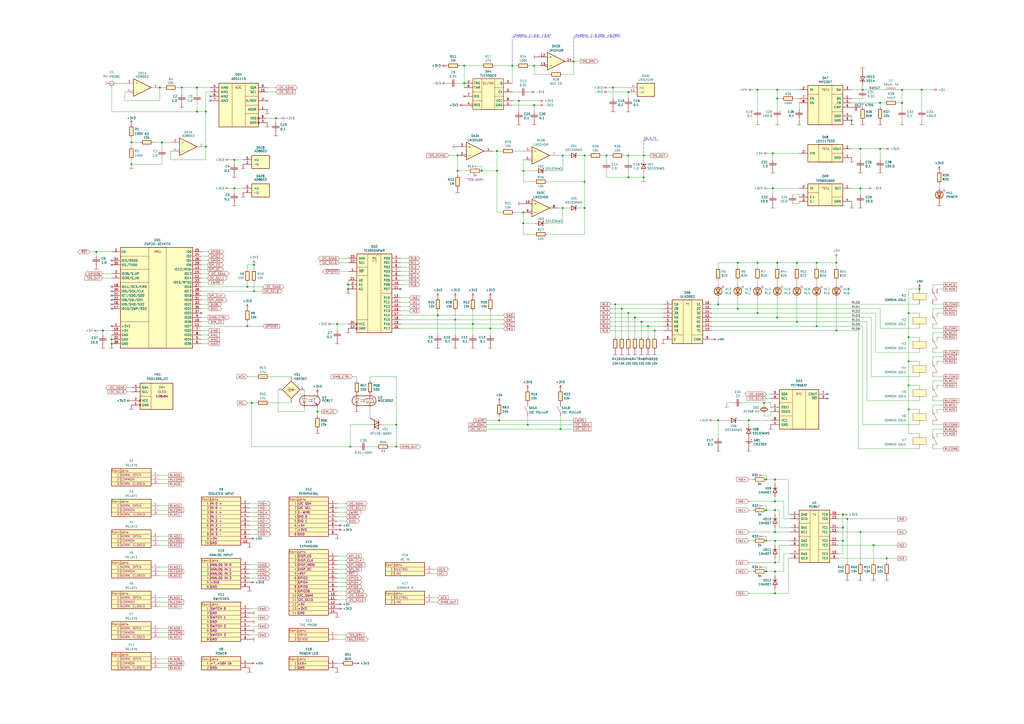
<source format=kicad_sch>
(kicad_sch (version 20211123) (generator eeschema)
  (paper "A2")
  (title_block (title "Greenhouse Controller") (date "2022-08-14") (rev "DEV4.0") (company "Moonshine") (comment 2 "UncleRus"))
  (junction (at 309.88 38.1))
  (junction (at 427.99 152.4))
  (junction (at 534.67 52.07))
  (junction (at 288.29 87.63))
  (junction (at 64.77 196.85))
  (junction (at 485.14 152.4))
  (junction (at 264.16 185.42))
  (junction (at 449.58 308.61))
  (junction (at 355.6 50.8))
  (junction (at 434.34 243.84))
  (junction (at 203.2 259.08))
  (junction (at 450.85 152.4))
  (junction (at 427.99 179.07))
  (junction (at 339.09 120.65))
  (junction (at 416.56 176.53))
  (junction (at 473.71 152.4))
  (junction (at 499.11 86.36))
  (junction (at 269.24 38.1))
  (junction (at 449.58 313.69))
  (junction (at 485.14 191.77))
  (junction (at 160.02 68.58))
  (junction (at 289.56 243.84))
  (junction (at 92.71 50.8))
  (junction (at 527.05 195.58))
  (junction (at 494.03 69.85))
  (junction (at 279.4 99.06))
  (junction (at 143.51 166.37))
  (junction (at 473.71 189.23))
  (junction (at 364.49 53.34))
  (junction (at 527.05 237.49))
  (junction (at 284.48 190.5))
  (junction (at 76.2 95.25))
  (junction (at 444.5 313.69))
  (junction (at 326.39 120.65))
  (junction (at 373.38 90.17))
  (junction (at 147.32 168.91))
  (junction (at 135.89 109.22))
  (junction (at 368.3 184.15))
  (junction (at 449.58 290.83))
  (junction (at 306.07 246.38))
  (junction (at 297.18 38.1))
  (junction (at 499.11 308.61))
  (junction (at 55.88 146.05))
  (junction (at 449.58 295.91))
  (junction (at 449.58 344.17))
  (junction (at 332.74 35.56))
  (junction (at 364.49 102.87))
  (junction (at 510.54 86.36))
  (junction (at 143.51 189.23))
  (junction (at 444.5 295.91))
  (junction (at 375.92 189.23))
  (junction (at 364.49 181.61))
  (junction (at 523.24 52.07))
  (junction (at 147.32 153.67))
  (junction (at 444.5 278.13))
  (junction (at 265.43 99.06))
  (junction (at 449.58 331.47))
  (junction (at 274.32 187.96))
  (junction (at 499.11 109.22))
  (junction (at 439.42 52.07))
  (junction (at 527.05 181.61))
  (junction (at 449.58 326.39))
  (junction (at 135.89 92.71))
  (junction (at 114.3 64.77))
  (junction (at 523.24 59.69))
  (junction (at 300.99 58.42))
  (junction (at 64.77 199.39))
  (junction (at 93.98 82.55))
  (junction (at 416.56 243.84))
  (junction (at 254 182.88))
  (junction (at 146.05 233.68))
  (junction (at 339.09 90.17))
  (junction (at 379.73 191.77))
  (junction (at 372.11 186.69))
  (junction (at 488.95 313.69))
  (junction (at 450.85 57.15))
  (junction (at 326.39 90.17))
  (junction (at 450.85 52.07))
  (junction (at 449.58 278.13))
  (junction (at 201.93 167.64))
  (junction (at 364.49 90.17))
  (junction (at 339.09 105.41))
  (junction (at 351.79 90.17))
  (junction (at 119.38 64.77))
  (junction (at 229.87 246.38))
  (junction (at 527.05 223.52))
  (junction (at 444.5 331.47))
  (junction (at 59.69 191.77))
  (junction (at 114.3 50.8))
  (junction (at 510.54 59.69))
  (junction (at 462.28 152.4))
  (junction (at 325.12 248.92))
  (junction (at 373.38 102.87))
  (junction (at 527.05 209.55))
  (junction (at 269.24 48.26))
  (junction (at 309.88 60.96))
  (junction (at 450.85 184.15))
  (junction (at 195.58 187.96))
  (junction (at 533.4 167.64))
  (junction (at 500.38 52.07))
  (junction (at 491.49 300.99))
  (junction (at 448.31 88.9))
  (junction (at 462.28 186.69))
  (junction (at 356.87 176.53))
  (junction (at 303.53 129.54))
  (junction (at 288.29 99.06))
  (junction (at 439.42 181.61))
  (junction (at 76.2 82.55))
  (junction (at 184.15 238.76))
  (junction (at 265.43 90.17))
  (junction (at 360.68 179.07))
  (junction (at 105.41 50.8))
  (junction (at 439.42 152.4))
  (junction (at 119.38 85.09))
  (junction (at 488.95 298.45))
  (junction (at 488.95 306.07))
  (junction (at 229.87 259.08))
  (junction (at 514.35 323.85))
  (junction (at 506.73 316.23))
  (junction (at 201.93 165.1))
  (junction (at 303.53 99.06))
  (junction (at 303.53 123.19))
  (junction (at 443.23 233.68))
  (junction (at 448.31 109.22))
  (no_connect (at 64.77 153.67))
  (no_connect (at 64.77 179.07))
  (no_connect (at 64.77 151.13))
  (no_connect (at 64.77 173.99))
  (no_connect (at 480.06 228.6))
  (no_connect (at 116.84 181.61))
  (no_connect (at 64.77 176.53))
  (no_connect (at 64.77 166.37))
  (no_connect (at 154.94 58.42))
  (no_connect (at 64.77 189.23))
  (no_connect (at 269.24 55.88))
  (no_connect (at 64.77 171.45))
  (no_connect (at 480.06 231.14))
  (no_connect (at 64.77 168.91))
  (no_connect (at 232.41 167.64))
  (no_connect (at 121.92 55.88))
  (no_connect (at 121.92 58.42))
  (wire (pts (xy 264.16 185.42) (xy 292.1 185.42)))
  (wire (pts (xy 473.71 162.56) (xy 473.71 165.1)))
  (wire (pts (xy 427.99 172.72) (xy 427.99 179.07)))
  (wire (pts (xy 309.88 129.54) (xy 303.53 129.54)))
  (wire (pts (xy 285.75 87.63) (xy 288.29 87.63)))
  (wire (pts (xy 213.36 259.08) (xy 218.44 259.08)))
  (wire (pts (xy 429.26 243.84) (xy 434.34 243.84)))
  (wire (pts (xy 309.88 60.96) (xy 297.18 60.96)))
  (wire (pts (xy 500.38 246.38) (xy 533.4 246.38)))
  (wire (pts (xy 354.33 181.61) (xy 364.49 181.61)))
  (wire (pts (xy 412.75 191.77) (xy 485.14 191.77)))
  (wire (pts (xy 339.09 90.17) (xy 341.63 90.17)))
  (wire (pts (xy 448.31 88.9) (xy 463.55 88.9)))
  (wire (pts (xy 232.41 185.42) (xy 264.16 185.42)))
  (wire (pts (xy 488.95 306.07) (xy 488.95 298.45)))
  (wire (pts (xy 92.71 280.67) (xy 97.79 280.67)))
  (wire (pts (xy 92.71 369.57) (xy 97.79 369.57)))
  (wire (pts (xy 176.53 236.22) (xy 176.53 238.76)))
  (wire (pts (xy 533.4 223.52) (xy 527.05 223.52)))
  (wire (pts (xy 354.33 184.15) (xy 368.3 184.15)))
  (wire (pts (xy 195.58 297.18) (xy 200.66 297.18)))
  (wire (pts (xy 445.77 88.9) (xy 448.31 88.9)))
  (wire (pts (xy 353.06 53.34) (xy 364.49 53.34)))
  (wire (pts (xy 52.07 146.05) (xy 55.88 146.05)))
  (wire (pts (xy 427.99 152.4) (xy 427.99 154.94)))
  (wire (pts (xy 300.99 64.77) (xy 300.99 58.42)))
  (wire (pts (xy 444.5 231.14) (xy 447.04 231.14)))
  (wire (pts (xy 232.41 177.8) (xy 237.49 177.8)))
  (wire (pts (xy 356.87 176.53) (xy 384.81 176.53)))
  (wire (pts (xy 156.21 218.44) (xy 168.91 218.44)))
  (wire (pts (xy 326.39 43.18) (xy 332.74 43.18)))
  (wire (pts (xy 265.43 99.06) (xy 271.78 99.06)))
  (wire (pts (xy 116.84 166.37) (xy 143.51 166.37)))
  (wire (pts (xy 463.55 116.84) (xy 463.55 118.11)))
  (wire (pts (xy 351.79 102.87) (xy 364.49 102.87)))
  (wire (pts (xy 144.78 358.14) (xy 149.86 358.14)))
  (wire (pts (xy 439.42 152.4) (xy 439.42 154.94)))
  (wire (pts (xy 427.99 162.56) (xy 427.99 165.1)))
  (wire (pts (xy 541.02 190.5) (xy 547.37 190.5)))
  (wire (pts (xy 144.78 332.74) (xy 149.86 332.74)))
  (wire (pts (xy 541.02 193.04) (xy 547.37 193.04)))
  (polyline (pts (xy 297.18 38.1) (xy 297.18 21.59)))
  (wire (pts (xy 265.43 48.26) (xy 269.24 48.26)))
  (wire (pts (xy 541.02 260.35) (xy 547.37 260.35)))
  (wire (pts (xy 326.39 90.17) (xy 323.85 90.17)))
  (wire (pts (xy 195.58 302.26) (xy 200.66 302.26)))
  (wire (pts (xy 463.55 69.85) (xy 463.55 68.58)))
  (wire (pts (xy 116.84 184.15) (xy 120.65 184.15)))
  (wire (pts (xy 439.42 52.07) (xy 450.85 52.07)))
  (wire (pts (xy 92.71 367.03) (xy 97.79 367.03)))
  (wire (pts (xy 195.58 335.28) (xy 200.66 335.28)))
  (wire (pts (xy 527.05 237.49) (xy 527.05 223.52)))
  (wire (pts (xy 232.41 160.02) (xy 237.49 160.02)))
  (wire (pts (xy 485.14 172.72) (xy 485.14 191.77)))
  (wire (pts (xy 300.99 58.42) (xy 297.18 58.42)))
  (wire (pts (xy 514.35 323.85) (xy 520.7 323.85)))
  (wire (pts (xy 135.89 109.22) (xy 140.97 109.22)))
  (wire (pts (xy 448.31 109.22) (xy 463.55 109.22)))
  (wire (pts (xy 541.02 218.44) (xy 547.37 218.44)))
  (wire (pts (xy 298.45 87.63) (xy 303.53 87.63)))
  (wire (pts (xy 144.78 304.8) (xy 149.86 304.8)))
  (wire (pts (xy 527.05 181.61) (xy 527.05 167.64)))
  (wire (pts (xy 55.88 146.05) (xy 64.77 146.05)))
  (wire (pts (xy 412.75 184.15) (xy 450.85 184.15)))
  (wire (pts (xy 195.58 294.64) (xy 200.66 294.64)))
  (wire (pts (xy 373.38 102.87) (xy 373.38 100.33)))
  (wire (pts (xy 195.58 327.66) (xy 200.66 327.66)))
  (wire (pts (xy 284.48 190.5) (xy 284.48 194.31)))
  (wire (pts (xy 354.33 179.07) (xy 360.68 179.07)))
  (wire (pts (xy 195.58 340.36) (xy 200.66 340.36)))
  (wire (pts (xy 200.66 370.84) (xy 195.58 370.84)))
  (wire (pts (xy 351.79 99.06) (xy 351.79 102.87)))
  (wire (pts (xy 462.28 162.56) (xy 462.28 165.1)))
  (wire (pts (xy 116.84 173.99) (xy 120.65 173.99)))
  (wire (pts (xy 162.56 68.58) (xy 160.02 68.58)))
  (wire (pts (xy 351.79 93.98) (xy 351.79 90.17)))
  (wire (pts (xy 59.69 191.77) (xy 59.69 194.31)))
  (wire (pts (xy 463.55 113.03) (xy 463.55 114.3)))
  (wire (pts (xy 119.38 92.71) (xy 119.38 85.09)))
  (wire (pts (xy 450.85 52.07) (xy 463.55 52.07)))
  (wire (pts (xy 412.75 176.53) (xy 416.56 176.53)))
  (wire (pts (xy 309.88 64.77) (xy 309.88 60.96)))
  (wire (pts (xy 102.87 50.8) (xy 105.41 50.8)))
  (wire (pts (xy 448.31 113.03) (xy 448.31 109.22)))
  (wire (pts (xy 533.4 190.5) (xy 510.54 190.5)))
  (wire (pts (xy 351.79 90.17) (xy 354.33 90.17)))
  (wire (pts (xy 355.6 57.15) (xy 355.6 50.8)))
  (wire (pts (xy 462.28 186.69) (xy 502.92 186.69)))
  (wire (pts (xy 541.02 179.07) (xy 547.37 179.07)))
  (wire (pts (xy 339.09 135.89) (xy 317.5 135.89)))
  (wire (pts (xy 425.45 233.68) (xy 421.64 233.68)))
  (wire (pts (xy 434.34 326.39) (xy 449.58 326.39)))
  (wire (pts (xy 454.66 300.99) (xy 454.66 290.83)))
  (wire (pts (xy 439.42 152.4) (xy 450.85 152.4)))
  (wire (pts (xy 510.54 86.36) (xy 510.54 92.71)))
  (wire (pts (xy 499.11 113.03) (xy 499.11 109.22)))
  (wire (pts (xy 449.58 323.85) (xy 449.58 326.39)))
  (wire (pts (xy 232.41 149.86) (xy 237.49 149.86)))
  (wire (pts (xy 306.07 53.34) (xy 307.34 53.34)))
  (wire (pts (xy 444.5 275.59) (xy 441.96 275.59)))
  (wire (pts (xy 281.94 243.84) (xy 289.56 243.84)))
  (wire (pts (xy 360.68 179.07) (xy 384.81 179.07)))
  (wire (pts (xy 232.41 175.26) (xy 237.49 175.26)))
  (wire (pts (xy 64.77 161.29) (xy 59.69 161.29)))
  (wire (pts (xy 449.58 313.69) (xy 458.47 313.69)))
  (polyline (pts (xy 297.18 21.59) (xy 318.77 21.59)))
  (wire (pts (xy 92.71 331.47) (xy 97.79 331.47)))
  (wire (pts (xy 195.58 337.82) (xy 200.66 337.82)))
  (wire (pts (xy 105.41 50.8) (xy 105.41 54.61)))
  (wire (pts (xy 265.43 99.06) (xy 265.43 101.6)))
  (wire (pts (xy 288.29 87.63) (xy 288.29 99.06)))
  (wire (pts (xy 449.58 341.63) (xy 449.58 344.17)))
  (wire (pts (xy 184.15 238.76) (xy 184.15 241.3)))
  (wire (pts (xy 116.84 186.69) (xy 120.65 186.69)))
  (wire (pts (xy 541.02 234.95) (xy 547.37 234.95)))
  (wire (pts (xy 279.4 38.1) (xy 269.24 38.1)))
  (wire (pts (xy 303.53 135.89) (xy 303.53 129.54)))
  (wire (pts (xy 450.85 162.56) (xy 450.85 165.1)))
  (wire (pts (xy 434.34 331.47) (xy 436.88 331.47)))
  (wire (pts (xy 444.5 295.91) (xy 449.58 295.91)))
  (wire (pts (xy 303.53 99.06) (xy 303.53 92.71)))
  (wire (pts (xy 204.47 218.44) (xy 207.01 218.44)))
  (wire (pts (xy 533.4 209.55) (xy 527.05 209.55)))
  (wire (pts (xy 506.73 326.39) (xy 506.73 316.23)))
  (wire (pts (xy 116.84 194.31) (xy 120.65 194.31)))
  (wire (pts (xy 499.11 86.36) (xy 510.54 86.36)))
  (wire (pts (xy 232.41 187.96) (xy 274.32 187.96)))
  (wire (pts (xy 67.31 48.26) (xy 72.39 48.26)))
  (wire (pts (xy 486.41 308.61) (xy 499.11 308.61)))
  (wire (pts (xy 73.66 224.79) (xy 76.2 224.79)))
  (wire (pts (xy 312.42 58.42) (xy 300.99 58.42)))
  (wire (pts (xy 309.88 135.89) (xy 303.53 135.89)))
  (wire (pts (xy 354.33 186.69) (xy 372.11 186.69)))
  (wire (pts (xy 416.56 162.56) (xy 416.56 165.1)))
  (wire (pts (xy 195.58 187.96) (xy 195.58 191.77)))
  (wire (pts (xy 226.06 259.08) (xy 229.87 259.08)))
  (wire (pts (xy 119.38 64.77) (xy 114.3 64.77)))
  (wire (pts (xy 147.32 163.83) (xy 147.32 168.91)))
  (polyline (pts (xy 373.38 81.28) (xy 382.27 81.28)))
  (wire (pts (xy 92.71 298.45) (xy 97.79 298.45)))
  (wire (pts (xy 364.49 90.17) (xy 373.38 90.17)))
  (wire (pts (xy 92.71 311.15) (xy 97.79 311.15)))
  (wire (pts (xy 326.39 129.54) (xy 326.39 120.65)))
  (wire (pts (xy 450.85 57.15) (xy 453.39 57.15)))
  (wire (pts (xy 364.49 181.61) (xy 364.49 195.58)))
  (wire (pts (xy 306.07 246.38) (xy 332.74 246.38)))
  (wire (pts (xy 449.58 298.45) (xy 449.58 295.91)))
  (wire (pts (xy 434.34 246.38) (xy 434.34 243.84)))
  (wire (pts (xy 318.77 43.18) (xy 309.88 43.18)))
  (wire (pts (xy 269.24 38.1) (xy 269.24 48.26)))
  (wire (pts (xy 444.5 293.37) (xy 444.5 295.91)))
  (wire (pts (xy 449.58 280.67) (xy 449.58 278.13)))
  (wire (pts (xy 72.39 58.42) (xy 92.71 58.42)))
  (wire (pts (xy 116.84 153.67) (xy 120.65 153.67)))
  (wire (pts (xy 281.94 248.92) (xy 325.12 248.92)))
  (wire (pts (xy 144.78 309.88) (xy 149.86 309.88)))
  (wire (pts (xy 449.58 306.07) (xy 449.58 308.61)))
  (wire (pts (xy 373.38 90.17) (xy 373.38 92.71)))
  (wire (pts (xy 485.14 152.4) (xy 485.14 154.94)))
  (wire (pts (xy 439.42 69.85) (xy 439.42 68.58)))
  (wire (pts (xy 254 182.88) (xy 292.1 182.88)))
  (wire (pts (xy 543.56 237.49) (xy 547.37 237.49)))
  (wire (pts (xy 116.84 161.29) (xy 120.65 161.29)))
  (wire (pts (xy 184.15 238.76) (xy 186.69 238.76)))
  (wire (pts (xy 143.51 218.44) (xy 148.59 218.44)))
  (wire (pts (xy 114.3 50.8) (xy 121.92 50.8)))
  (wire (pts (xy 457.2 344.17) (xy 457.2 323.85)))
  (wire (pts (xy 299.72 38.1) (xy 297.18 38.1)))
  (wire (pts (xy 494.03 57.15) (xy 500.38 57.15)))
  (wire (pts (xy 541.02 179.07) (xy 541.02 181.61)))
  (wire (pts (xy 147.32 168.91) (xy 152.4 168.91)))
  (wire (pts (xy 303.53 129.54) (xy 303.53 123.19)))
  (wire (pts (xy 523.24 69.85) (xy 523.24 68.58)))
  (wire (pts (xy 355.6 50.8) (xy 364.49 50.8)))
  (wire (pts (xy 92.71 351.79) (xy 97.79 351.79)))
  (wire (pts (xy 499.11 326.39) (xy 499.11 308.61)))
  (wire (pts (xy 449.58 344.17) (xy 457.2 344.17)))
  (wire (pts (xy 144.78 353.06) (xy 149.86 353.06)))
  (wire (pts (xy 434.34 290.83) (xy 449.58 290.83)))
  (wire (pts (xy 195.58 330.2) (xy 200.66 330.2)))
  (wire (pts (xy 541.02 237.49) (xy 541.02 234.95)))
  (wire (pts (xy 447.04 241.3) (xy 447.04 238.76)))
  (wire (pts (xy 462.28 152.4) (xy 462.28 154.94)))
  (wire (pts (xy 274.32 180.34) (xy 274.32 187.96)))
  (wire (pts (xy 203.2 246.38) (xy 203.2 259.08)))
  (wire (pts (xy 443.23 233.68) (xy 447.04 233.68)))
  (wire (pts (xy 473.71 152.4) (xy 473.71 154.94)))
  (wire (pts (xy 116.84 151.13) (xy 120.65 151.13)))
  (wire (pts (xy 543.56 251.46) (xy 547.37 251.46)))
  (wire (pts (xy 259.08 48.26) (xy 260.35 48.26)))
  (wire (pts (xy 457.2 323.85) (xy 458.47 323.85)))
  (wire (pts (xy 356.87 176.53) (xy 356.87 195.58)))
  (wire (pts (xy 494.03 109.22) (xy 499.11 109.22)))
  (wire (pts (xy 439.42 162.56) (xy 439.42 165.1)))
  (wire (pts (xy 276.86 96.52) (xy 279.4 96.52)))
  (wire (pts (xy 463.55 63.5) (xy 463.55 59.69)))
  (wire (pts (xy 527.05 223.52) (xy 527.05 209.55)))
  (wire (pts (xy 462.28 152.4) (xy 473.71 152.4)))
  (wire (pts (xy 541.02 223.52) (xy 541.02 220.98)))
  (wire (pts (xy 287.02 38.1) (xy 297.18 38.1)))
  (wire (pts (xy 534.67 69.85) (xy 534.67 68.58)))
  (wire (pts (xy 510.54 59.69) (xy 513.08 59.69)))
  (wire (pts (xy 193.04 187.96) (xy 195.58 187.96)))
  (wire (pts (xy 99.06 92.71) (xy 119.38 92.71)))
  (wire (pts (xy 144.78 294.64) (xy 149.86 294.64)))
  (wire (pts (xy 510.54 62.23) (xy 510.54 59.69)))
  (wire (pts (xy 196.85 157.48) (xy 201.93 157.48)))
  (wire (pts (xy 264.16 180.34) (xy 264.16 185.42)))
  (wire (pts (xy 92.71 275.59) (xy 97.79 275.59)))
  (wire (pts (xy 154.94 53.34) (xy 160.02 53.34)))
  (wire (pts (xy 500.38 246.38) (xy 500.38 189.23)))
  (wire (pts (xy 448.31 109.22) (xy 445.77 109.22)))
  (wire (pts (xy 473.71 172.72) (xy 473.71 189.23)))
  (wire (pts (xy 59.69 191.77) (xy 64.77 191.77)))
  (wire (pts (xy 439.42 172.72) (xy 439.42 181.61)))
  (wire (pts (xy 203.2 246.38) (xy 214.63 246.38)))
  (wire (pts (xy 229.87 259.08) (xy 232.41 259.08)))
  (wire (pts (xy 147.32 153.67) (xy 147.32 156.21)))
  (wire (pts (xy 144.78 302.26) (xy 149.86 302.26)))
  (wire (pts (xy 354.33 176.53) (xy 356.87 176.53)))
  (wire (pts (xy 195.58 342.9) (xy 200.66 342.9)))
  (wire (pts (xy 161.29 238.76) (xy 176.53 238.76)))
  (wire (pts (xy 541.02 167.64) (xy 541.02 165.1)))
  (wire (pts (xy 499.11 62.23) (xy 500.38 62.23)))
  (wire (pts (xy 364.49 99.06) (xy 364.49 102.87)))
  (wire (pts (xy 116.84 191.77) (xy 120.65 191.77)))
  (wire (pts (xy 154.94 50.8) (xy 160.02 50.8)))
  (wire (pts (xy 534.67 52.07) (xy 541.02 52.07)))
  (wire (pts (xy 143.51 186.69) (xy 143.51 189.23)))
  (wire (pts (xy 99.06 87.63) (xy 99.06 92.71)))
  (wire (pts (xy 485.14 149.86) (xy 485.14 152.4)))
  (wire (pts (xy 232.41 182.88) (xy 254 182.88)))
  (wire (pts (xy 289.56 243.84) (xy 332.74 243.84)))
  (wire (pts (xy 254 180.34) (xy 254 182.88)))
  (wire (pts (xy 434.34 243.84) (xy 447.04 243.84)))
  (wire (pts (xy 523.24 52.07) (xy 520.7 52.07)))
  (wire (pts (xy 458.47 300.99) (xy 454.66 300.99)))
  (wire (pts (xy 543.56 167.64) (xy 547.37 167.64)))
  (wire (pts (xy 116.84 171.45) (xy 120.65 171.45)))
  (wire (pts (xy 92.71 293.37) (xy 97.79 293.37)))
  (wire (pts (xy 332.74 35.56) (xy 336.55 35.56)))
  (wire (pts (xy 541.02 165.1) (xy 547.37 165.1)))
  (wire (pts (xy 461.01 57.15) (xy 463.55 57.15)))
  (wire (pts (xy 64.77 194.31) (xy 64.77 196.85)))
  (wire (pts (xy 354.33 189.23) (xy 375.92 189.23)))
  (wire (pts (xy 527.05 181.61) (xy 533.4 181.61)))
  (wire (pts (xy 541.02 248.92) (xy 547.37 248.92)))
  (wire (pts (xy 288.29 123.19) (xy 290.83 123.19)))
  (wire (pts (xy 541.02 232.41) (xy 547.37 232.41)))
  (wire (pts (xy 156.21 233.68) (xy 168.91 233.68)))
  (wire (pts (xy 486.41 323.85) (xy 514.35 323.85)))
  (wire (pts (xy 251.46 346.71) (xy 254 346.71)))
  (wire (pts (xy 88.9 82.55) (xy 93.98 82.55)))
  (wire (pts (xy 232.41 172.72) (xy 237.49 172.72)))
  (wire (pts (xy 486.41 298.45) (xy 488.95 298.45)))
  (wire (pts (xy 416.56 172.72) (xy 416.56 176.53)))
  (wire (pts (xy 326.39 120.65) (xy 328.93 120.65)))
  (wire (pts (xy 93.98 95.25) (xy 76.2 95.25)))
  (wire (pts (xy 143.51 163.83) (xy 143.51 166.37)))
  (wire (pts (xy 195.58 325.12) (xy 200.66 325.12)))
  (wire (pts (xy 116.84 168.91) (xy 147.32 168.91)))
  (wire (pts (xy 499.11 308.61) (xy 520.7 308.61)))
  (wire (pts (xy 144.78 299.72) (xy 149.86 299.72)))
  (wire (pts (xy 434.34 344.17) (xy 449.58 344.17)))
  (wire (pts (xy 251.46 332.74) (xy 254 332.74)))
  (wire (pts (xy 251.46 349.25) (xy 254 349.25)))
  (wire (pts (xy 92.71 384.81) (xy 97.79 384.81)))
  (wire (pts (xy 232.41 165.1) (xy 237.49 165.1)))
  (wire (pts (xy 325.12 248.92) (xy 332.74 248.92)))
  (wire (pts (xy 510.54 86.36) (xy 513.08 86.36)))
  (wire (pts (xy 486.41 306.07) (xy 488.95 306.07)))
  (wire (pts (xy 119.38 53.34) (xy 119.38 64.77)))
  (wire (pts (xy 279.4 96.52) (xy 279.4 99.06)))
  (wire (pts (xy 92.71 346.71) (xy 97.79 346.71)))
  (wire (pts (xy 237.49 157.48) (xy 232.41 157.48)))
  (wire (pts (xy 92.71 316.23) (xy 97.79 316.23)))
  (wire (pts (xy 527.05 167.64) (xy 533.4 167.64)))
  (wire (pts (xy 195.58 345.44) (xy 200.66 345.44)))
  (wire (pts (xy 298.45 123.19) (xy 303.53 123.19)))
  (wire (pts (xy 325.12 241.3) (xy 325.12 248.92)))
  (wire (pts (xy 232.41 190.5) (xy 284.48 190.5)))
  (wire (pts (xy 281.94 246.38) (xy 306.07 246.38)))
  (wire (pts (xy 494.03 118.11) (xy 494.03 116.84)))
  (wire (pts (xy 449.58 288.29) (xy 449.58 290.83)))
  (wire (pts (xy 229.87 218.44) (xy 229.87 246.38)))
  (wire (pts (xy 444.5 278.13) (xy 449.58 278.13)))
  (wire (pts (xy 269.24 50.8) (xy 269.24 48.26)))
  (wire (pts (xy 541.02 251.46) (xy 541.02 248.92)))
  (wire (pts (xy 452.12 326.39) (xy 452.12 316.23)))
  (wire (pts (xy 353.06 50.8) (xy 355.6 50.8)))
  (wire (pts (xy 450.85 57.15) (xy 450.85 52.07)))
  (wire (pts (xy 144.78 335.28) (xy 149.86 335.28)))
  (wire (pts (xy 500.38 189.23) (xy 473.71 189.23)))
  (wire (pts (xy 339.09 105.41) (xy 317.5 105.41)))
  (wire (pts (xy 317.5 99.06) (xy 326.39 99.06)))
  (wire (pts (xy 279.4 99.06) (xy 288.29 99.06)))
  (wire (pts (xy 368.3 184.15) (xy 368.3 195.58)))
  (wire (pts (xy 430.53 233.68) (xy 443.23 233.68)))
  (wire (pts (xy 93.98 91.44) (xy 93.98 95.25)))
  (wire (pts (xy 447.04 236.22) (xy 447.04 233.68)))
  (wire (pts (xy 457.2 298.45) (xy 457.2 278.13)))
  (wire (pts (xy 232.41 180.34) (xy 237.49 180.34)))
  (wire (pts (xy 444.5 228.6) (xy 447.04 228.6)))
  (wire (pts (xy 196.85 149.86) (xy 201.93 149.86)))
  (wire (pts (xy 289.56 241.3) (xy 289.56 243.84)))
  (wire (pts (xy 497.84 191.77) (xy 497.84 260.35)))
  (wire (pts (xy 364.49 102.87) (xy 373.38 102.87)))
  (wire (pts (xy 214.63 220.98) (xy 214.63 218.44)))
  (wire (pts (xy 502.92 186.69) (xy 502.92 232.41)))
  (wire (pts (xy 523.24 59.69) (xy 523.24 52.07)))
  (wire (pts (xy 364.49 181.61) (xy 384.81 181.61)))
  (wire (pts (xy 441.96 328.93) (xy 444.5 328.93)))
  (wire (pts (xy 214.63 218.44) (xy 229.87 218.44)))
  (wire (pts (xy 317.5 129.54) (xy 326.39 129.54)))
  (wire (pts (xy 502.92 232.41) (xy 533.4 232.41)))
  (wire (pts (xy 307.34 38.1) (xy 309.88 38.1)))
  (wire (pts (xy 92.71 295.91) (xy 97.79 295.91)))
  (wire (pts (xy 375.92 189.23) (xy 375.92 195.58)))
  (wire (pts (xy 326.39 99.06) (xy 326.39 90.17)))
  (wire (pts (xy 360.68 179.07) (xy 360.68 195.58)))
  (wire (pts (xy 93.98 82.55) (xy 93.98 86.36)))
  (wire (pts (xy 72.39 53.34) (xy 72.39 58.42)))
  (wire (pts (xy 92.71 58.42) (xy 92.71 50.8)))
  (wire (pts (xy 439.42 181.61) (xy 508 181.61)))
  (wire (pts (xy 444.5 331.47) (xy 449.58 331.47)))
  (wire (pts (xy 297.18 38.1) (xy 297.18 48.26)))
  (wire (pts (xy 454.66 290.83) (xy 449.58 290.83)))
  (wire (pts (xy 133.35 109.22) (xy 135.89 109.22)))
  (wire (pts (xy 541.02 209.55) (xy 541.02 207.01)))
  (wire (pts (xy 232.41 152.4) (xy 237.49 152.4)))
  (wire (pts (xy 486.41 321.31) (xy 488.95 321.31)))
  (wire (pts (xy 458.47 306.07) (xy 452.12 306.07)))
  (wire (pts (xy 452.12 316.23) (xy 458.47 316.23)))
  (wire (pts (xy 76.2 82.55) (xy 76.2 85.09)))
  (wire (pts (xy 488.95 313.69) (xy 488.95 306.07)))
  (wire (pts (xy 152.4 189.23) (xy 143.51 189.23)))
  (wire (pts (xy 527.05 195.58) (xy 527.05 181.61)))
  (wire (pts (xy 450.85 152.4) (xy 462.28 152.4)))
  (wire (pts (xy 116.84 179.07) (xy 120.65 179.07)))
  (polyline (pts (xy 332.74 21.59) (xy 358.14 21.59)))
  (wire (pts (xy 450.85 172.72) (xy 450.85 184.15)))
  (wire (pts (xy 510.54 59.69) (xy 494.03 59.69)))
  (wire (pts (xy 541.02 195.58) (xy 541.02 193.04)))
  (wire (pts (xy 116.84 176.53) (xy 120.65 176.53)))
  (wire (pts (xy 339.09 120.65) (xy 339.09 105.41)))
  (wire (pts (xy 306.07 241.3) (xy 306.07 246.38)))
  (wire (pts (xy 292.1 190.5) (xy 284.48 190.5)))
  (wire (pts (xy 144.78 307.34) (xy 149.86 307.34)))
  (wire (pts (xy 288.29 99.06) (xy 288.29 123.19)))
  (wire (pts (xy 510.54 190.5) (xy 510.54 179.07)))
  (wire (pts (xy 160.02 68.58) (xy 160.02 71.12)))
  (wire (pts (xy 93.98 82.55) (xy 99.06 82.55)))
  (wire (pts (xy 146.05 259.08) (xy 203.2 259.08)))
  (wire (pts (xy 144.78 363.22) (xy 149.86 363.22)))
  (wire (pts (xy 448.31 92.71) (xy 448.31 88.9)))
  (wire (pts (xy 379.73 191.77) (xy 384.81 191.77)))
  (wire (pts (xy 195.58 332.74) (xy 200.66 332.74)))
  (wire (pts (xy 135.89 92.71) (xy 140.97 92.71)))
  (wire (pts (xy 57.15 191.77) (xy 59.69 191.77)))
  (wire (pts (xy 120.65 158.75) (xy 116.84 158.75)))
  (wire (pts (xy 533.4 237.49) (xy 527.05 237.49)))
  (wire (pts (xy 349.25 90.17) (xy 351.79 90.17)))
  (wire (pts (xy 491.49 300.99) (xy 520.7 300.99)))
  (wire (pts (xy 494.03 69.85) (xy 494.03 67.31)))
  (wire (pts (xy 379.73 191.77) (xy 379.73 195.58)))
  (wire (pts (xy 500.38 52.07) (xy 513.08 52.07)))
  (wire (pts (xy 485.14 191.77) (xy 497.84 191.77)))
  (wire (pts (xy 116.84 196.85) (xy 120.65 196.85)))
  (wire (pts (xy 144.78 292.1) (xy 149.86 292.1)))
  (wire (pts (xy 543.56 223.52) (xy 547.37 223.52)))
  (wire (pts (xy 416.56 243.84) (xy 421.64 243.84)))
  (wire (pts (xy 454.66 321.31) (xy 458.47 321.31)))
  (wire (pts (xy 541.02 176.53) (xy 547.37 176.53)))
  (wire (pts (xy 323.85 120.65) (xy 326.39 120.65)))
  (wire (pts (xy 412.75 179.07) (xy 427.99 179.07)))
  (wire (pts (xy 533.4 195.58) (xy 527.05 195.58)))
  (wire (pts (xy 195.58 368.3) (xy 200.66 368.3)))
  (wire (pts (xy 416.56 176.53) (xy 533.4 176.53)))
  (wire (pts (xy 458.47 298.45) (xy 457.2 298.45)))
  (wire (pts (xy 533.4 251.46) (xy 527.05 251.46)))
  (wire (pts (xy 527.05 209.55) (xy 527.05 195.58)))
  (wire (pts (xy 443.23 241.3) (xy 447.04 241.3)))
  (wire (pts (xy 76.2 92.71) (xy 76.2 95.25)))
  (wire (pts (xy 116.84 148.59) (xy 120.65 148.59)))
  (wire (pts (xy 444.5 311.15) (xy 444.5 313.69)))
  (wire (pts (xy 500.38 49.53) (xy 500.38 52.07)))
  (wire (pts (xy 251.46 330.2) (xy 254 330.2)))
  (wire (pts (xy 339.09 90.17) (xy 339.09 105.41)))
  (wire (pts (xy 434.34 278.13) (xy 436.88 278.13)))
  (wire (pts (xy 412.75 181.61) (xy 439.42 181.61)))
  (wire (pts (xy 203.2 259.08) (xy 208.28 259.08)))
  (wire (pts (xy 214.63 240.03) (xy 214.63 236.22)))
  (wire (pts (xy 309.88 99.06) (xy 303.53 99.06)))
  (wire (pts (xy 427.99 152.4) (xy 439.42 152.4)))
  (wire (pts (xy 494.03 52.07) (xy 500.38 52.07)))
  (wire (pts (xy 486.41 313.69) (xy 488.95 313.69)))
  (polyline (pts (xy 332.74 36.83) (xy 332.74 21.59)))
  (wire (pts (xy 543.56 209.55) (xy 547.37 209.55)))
  (wire (pts (xy 195.58 292.1) (xy 200.66 292.1)))
  (wire (pts (xy 232.41 154.94) (xy 237.49 154.94)))
  (wire (pts (xy 486.41 316.23) (xy 506.73 316.23)))
  (wire (pts (xy 541.02 204.47) (xy 547.37 204.47)))
  (wire (pts (xy 260.35 90.17) (xy 265.43 90.17)))
  (wire (pts (xy 462.28 172.72) (xy 462.28 186.69)))
  (wire (pts (xy 485.14 162.56) (xy 485.14 165.1)))
  (wire (pts (xy 116.84 163.83) (xy 120.65 163.83)))
  (wire (pts (xy 332.74 43.18) (xy 332.74 35.56)))
  (wire (pts (xy 444.5 313.69) (xy 449.58 313.69)))
  (wire (pts (xy 274.32 187.96) (xy 292.1 187.96)))
  (wire (pts (xy 143.51 153.67) (xy 147.32 153.67)))
  (wire (pts (xy 372.11 186.69) (xy 384.81 186.69)))
  (wire (pts (xy 160.02 68.58) (xy 154.94 68.58)))
  (wire (pts (xy 449.58 326.39) (xy 452.12 326.39)))
  (wire (pts (xy 64.77 64.77) (xy 114.3 64.77)))
  (wire (pts (xy 266.7 38.1) (xy 269.24 38.1)))
  (wire (pts (xy 372.11 186.69) (xy 372.11 195.58)))
  (wire (pts (xy 443.23 234.95) (xy 443.23 233.68)))
  (wire (pts (xy 454.66 331.47) (xy 454.66 321.31)))
  (wire (pts (xy 143.51 233.68) (xy 146.05 233.68)))
  (wire (pts (xy 59.69 158.75) (xy 64.77 158.75)))
  (wire (pts (xy 452.12 295.91) (xy 449.58 295.91)))
  (wire (pts (xy 309.88 38.1) (xy 312.42 38.1)))
  (wire (pts (xy 143.51 156.21) (xy 143.51 153.67)))
  (wire (pts (xy 368.3 184.15) (xy 384.81 184.15)))
  (wire (pts (xy 339.09 120.65) (xy 339.09 135.89)))
  (wire (pts (xy 488.95 321.31) (xy 488.95 313.69)))
  (wire (pts (xy 499.11 86.36) (xy 499.11 92.71)))
  (wire (pts (xy 274.32 187.96) (xy 274.32 194.31)))
  (wire (pts (xy 195.58 384.81) (xy 198.12 384.81)))
  (wire (pts (xy 116.84 189.23) (xy 143.51 189.23)))
  (wire (pts (xy 354.33 191.77) (xy 379.73 191.77)))
  (wire (pts (xy 449.58 334.01) (xy 449.58 331.47)))
  (wire (pts (xy 414.02 243.84) (xy 416.56 243.84)))
  (wire (pts (xy 92.71 328.93) (xy 97.79 328.93)))
  (wire (pts (xy 473.71 152.4) (xy 485.14 152.4)))
  (wire (pts (xy 444.5 275.59) (xy 444.5 278.13)))
  (wire (pts (xy 444.5 328.93) (xy 444.5 331.47)))
  (wire (pts (xy 434.34 313.69) (xy 436.88 313.69)))
  (wire (pts (xy 514.35 326.39) (xy 514.35 323.85)))
  (wire (pts (xy 105.41 50.8) (xy 114.3 50.8)))
  (wire (pts (xy 449.58 308.61) (xy 458.47 308.61)))
  (wire (pts (xy 92.71 313.69) (xy 97.79 313.69)))
  (wire (pts (xy 505.46 218.44) (xy 505.46 184.15)))
  (wire (pts (xy 284.48 180.34) (xy 284.48 190.5)))
  (wire (pts (xy 364.49 90.17) (xy 364.49 93.98)))
  (wire (pts (xy 184.15 236.22) (xy 184.15 238.76)))
  (wire (pts (xy 326.39 90.17) (xy 328.93 90.17)))
  (wire (pts (xy 449.58 331.47) (xy 454.66 331.47)))
  (wire (pts (xy 523.24 63.5) (xy 523.24 59.69)))
  (wire (pts (xy 416.56 154.94) (xy 416.56 152.4)))
  (wire (pts (xy 491.49 326.39) (xy 491.49 300.99)))
  (wire (pts (xy 336.55 120.65) (xy 339.09 120.65)))
  (wire (pts (xy 541.02 220.98) (xy 547.37 220.98)))
  (wire (pts (xy 116.84 146.05) (xy 120.65 146.05)))
  (wire (pts (xy 309.88 43.18) (xy 309.88 38.1)))
  (wire (pts (xy 229.87 246.38) (xy 222.25 246.38)))
  (wire (pts (xy 92.71 364.49) (xy 97.79 364.49)))
  (wire (pts (xy 195.58 347.98) (xy 200.66 347.98)))
  (wire (pts (xy 473.71 189.23) (xy 412.75 189.23)))
  (wire (pts (xy 506.73 316.23) (xy 520.7 316.23)))
  (wire (pts (xy 486.41 300.99) (xy 491.49 300.99)))
  (wire (pts (xy 161.29 226.06) (xy 161.29 238.76)))
  (wire (pts (xy 146.05 233.68) (xy 148.59 233.68)))
  (wire (pts (xy 533.4 218.44) (xy 505.46 218.44)))
  (wire (pts (xy 144.78 297.18) (xy 149.86 297.18)))
  (wire (pts (xy 133.35 92.71) (xy 135.89 92.71)))
  (wire (pts (xy 508 204.47) (xy 533.4 204.47)))
  (wire (pts (xy 64.77 196.85) (xy 64.77 199.39)))
  (wire (pts (xy 497.84 260.35) (xy 533.4 260.35)))
  (wire (pts (xy 144.78 327.66) (xy 149.86 327.66)))
  (wire (pts (xy 449.58 316.23) (xy 449.58 313.69)))
  (wire (pts (xy 541.02 207.01) (xy 547.37 207.01)))
  (wire (pts (xy 441.96 293.37) (xy 444.5 293.37)))
  (wire (pts (xy 450.85 184.15) (xy 505.46 184.15)))
  (wire (pts (xy 92.71 387.35) (xy 97.79 387.35)))
  (wire (pts (xy 459.74 113.03) (xy 463.55 113.03)))
  (wire (pts (xy 361.95 90.17) (xy 364.49 90.17)))
  (wire (pts (xy 116.84 199.39) (xy 120.65 199.39)))
  (wire (pts (xy 264.16 185.42) (xy 264.16 194.31)))
  (wire (pts (xy 416.56 152.4) (xy 427.99 152.4)))
  (wire (pts (xy 64.77 50.8) (xy 64.77 64.77)))
  (wire (pts (xy 114.3 50.8) (xy 114.3 54.61)))
  (wire (pts (xy 201.93 165.1) (xy 201.93 162.56)))
  (wire (pts (xy 336.55 90.17) (xy 339.09 90.17)))
  (wire (pts (xy 119.38 64.77) (xy 119.38 85.09)))
  (wire (pts (xy 114.3 59.69) (xy 114.3 64.77)))
  (wire (pts (xy 457.2 278.13) (xy 449.58 278.13)))
  (wire (pts (xy 55.88 148.59) (xy 55.88 146.05)))
  (wire (pts (xy 300.99 53.34) (xy 297.18 53.34)))
  (wire (pts (xy 144.78 368.3) (xy 149.86 368.3)))
  (wire (pts (xy 434.34 295.91) (xy 436.88 295.91)))
  (wire (pts (xy 116.84 156.21) (xy 120.65 156.21)))
  (wire (pts (xy 309.88 105.41) (xy 303.53 105.41)))
  (wire (pts (xy 434.34 308.61) (xy 449.58 308.61)))
  (wire (pts (xy 196.85 152.4) (xy 201.93 152.4)))
  (wire (pts (xy 463.55 118.11) (xy 459.74 118.11)))
  (wire (pts (xy 92.71 278.13) (xy 97.79 278.13)))
  (wire (pts (xy 265.43 90.17) (xy 265.43 99.06)))
  (wire (pts (xy 76.2 82.55) (xy 81.28 82.55)))
  (wire (pts (xy 523.24 52.07) (xy 534.67 52.07)))
  (polyline (pts (xy 373.38 88.9) (xy 373.38 81.28)))
  (wire (pts (xy 254 182.88) (xy 254 194.31)))
  (wire (pts (xy 375.92 189.23) (xy 384.81 189.23)))
  (wire (pts (xy 527.05 251.46) (xy 527.05 237.49)))
  (wire (pts (xy 312.42 60.96) (xy 309.88 60.96)))
  (wire (pts (xy 541.02 246.38) (xy 547.37 246.38)))
  (wire (pts (xy 176.53 226.06) (xy 176.53 228.6)))
  (wire (pts (xy 135.89 109.22) (xy 135.89 111.76)))
  (wire (pts (xy 73.66 227.33) (xy 76.2 227.33)))
  (wire (pts (xy 412.75 186.69) (xy 462.28 186.69)))
  (wire (pts (xy 76.2 80.01) (xy 76.2 82.55)))
  (wire (pts (xy 520.7 59.69) (xy 523.24 59.69)))
  (wire (pts (xy 450.85 63.5) (xy 450.85 57.15)))
  (wire (pts (xy 290.83 87.63) (xy 288.29 87.63)))
  (wire (pts (xy 499.11 109.22) (xy 502.92 109.22)))
  (wire (pts (xy 121.92 53.34) (xy 119.38 53.34)))
  (wire (pts (xy 543.56 181.61) (xy 547.37 181.61)))
  (wire (pts (xy 201.93 167.64) (xy 201.93 165.1)))
  (wire (pts (xy 416.56 243.84) (xy 416.56 254)))
  (wire (pts (xy 144.78 330.2) (xy 149.86 330.2)))
  (wire (pts (xy 195.58 299.72) (xy 200.66 299.72)))
  (wire (pts (xy 508 181.61) (xy 508 204.47)))
  (wire (pts (xy 92.71 50.8) (xy 95.25 50.8)))
  (wire (pts (xy 450.85 152.4) (xy 450.85 154.94)))
  (wire (pts (xy 439.42 52.07) (xy 439.42 63.5)))
  (wire (pts (xy 135.89 92.71) (xy 135.89 95.25)))
  (wire (pts (xy 450.85 69.85) (xy 450.85 68.58)))
  (wire (pts (xy 494.03 86.36) (xy 499.11 86.36)))
  (wire (pts (xy 543.56 195.58) (xy 547.37 195.58)))
  (wire (pts (xy 207.01 218.44) (xy 207.01 220.98)))
  (wire (pts (xy 146.05 233.68) (xy 146.05 259.08)))
  (wire (pts (xy 195.58 187.96) (xy 201.93 187.96)))
  (wire (pts (xy 452.12 306.07) (xy 452.12 295.91)))
  (wire (pts (xy 92.71 382.27) (xy 97.79 382.27)))
  (wire (pts (xy 232.41 162.56) (xy 237.49 162.56)))
  (wire (pts (xy 441.96 311.15) (xy 444.5 311.15)))
  (wire (pts (xy 534.67 52.07) (xy 534.67 63.5)))
  (wire (pts (xy 364.49 57.15) (xy 364.49 53.34)))
  (wire (pts (xy 303.53 105.41) (xy 303.53 99.06)))
  (wire (pts (xy 143.51 166.37) (xy 152.4 166.37)))
  (wire (pts (xy 427.99 179.07) (xy 510.54 179.07)))
  (wire (pts (xy 92.71 334.01) (xy 97.79 334.01)))
  (wire (pts (xy 436.88 52.07) (xy 439.42 52.07)))
  (wire (pts (xy 92.71 349.25) (xy 97.79 349.25)))
  (wire (pts (xy 195.58 322.58) (xy 200.66 322.58)))
  (wire (pts (xy 544.83 106.68) (xy 544.83 109.22)))
  (wire (pts (xy 443.23 241.3) (xy 443.23 240.03)))
  (wire (pts (xy 229.87 246.38) (xy 229.87 259.08)))
  (wire (pts (xy 377.19 90.17) (xy 373.38 90.17)))
  (text "~2400Hz, [-3.5; +3.5]" (at 297.18 21.59 0) (effects (font (size 1.27 1.27) italic) (justify left bottom)))
  (text "~2400Hz, [-0.205; +0.205]" (at 332.74 21.59 0) (effects (font (size 1.27 1.27) italic) (justify left bottom)))
  (text "[0..1.7]" (at 373.38 81.28 0) (effects (font (size 1.27 1.27) italic) (justify left bottom)))
  (label "RLD6" (at 494.03 191.77 0))
  (label "RLD1" (at 494.03 179.07 0))
  (label "RLD5" (at 494.03 189.23 0))
  (label "RLD3" (at 494.03 184.15 0))
  (label "RLD4" (at 494.03 186.69 0))
  (label "RLD2" (at 494.03 181.61 0))
  (label "RLD0" (at 494.03 176.53 0))
  (label "SWOUT" (at 504.19 52.07 0))
  (global_label "1WIRE" (shape bidirectional) (at 120.65 163.83 0) (property "Intersheet References" "${INTERSHEET_REFS}" (effects hide)))
  (global_label "SPI_MOSI" (shape input) (at 200.66 327.66 0) (property "Intersheet References" "${INTERSHEET_REFS}" (effects hide)))
  (global_label "SW3" (shape output) (at 149.86 368.3 0) (property "Intersheet References" "${INTERSHEET_REFS}" (effects hide)))
  (global_label "I2C_SCL1" (shape passive) (at 281.94 248.92 180) (property "Intersheet References" "${INTERSHEET_REFS}" (effects hide)))
  (global_label "1WIRE" (shape bidirectional) (at 200.66 297.18 0) (property "Intersheet References" "${INTERSHEET_REFS}" (effects hide)))
  (global_label "ACL" (shape output) (at 254 332.74 0) (property "Обозначения листов" "${INTERSHEET_REFS}" (effects hide)))
  (global_label "RLNC4" (shape passive) (at 97.79 351.79 0) (property "Intersheet References" "${INTERSHEET_REFS}" (effects hide)))
  (global_label "RLNC3" (shape passive) (at 97.79 334.01 0) (property "Intersheet References" "${INTERSHEET_REFS}" (effects hide)))
  (global_label "RL2" (shape input) (at 354.33 181.61 180) (property "Intersheet References" "${INTERSHEET_REFS}" (effects hide)))
  (global_label "GPIO2" (shape bidirectional) (at 120.65 148.59 0) (property "Intersheet References" "${INTERSHEET_REFS}" (effects hide)))
  (global_label "AIN3" (shape input) (at 120.65 199.39 0) (property "Intersheet References" "${INTERSHEET_REFS}" (effects hide)))
  (global_label "RL2" (shape output) (at 237.49 154.94 0) (property "Intersheet References" "${INTERSHEET_REFS}" (effects hide)))
  (global_label "ACN" (shape input) (at 254 346.71 0) (property "Обозначения листов" "${INTERSHEET_REFS}" (effects hide)))
  (global_label "IN0+" (shape input) (at 434.34 278.13 180) (property "Intersheet References" "${INTERSHEET_REFS}" (effects hide)))
  (global_label "IN2-" (shape input) (at 434.34 326.39 180) (property "Intersheet References" "${INTERSHEET_REFS}" (effects hide)))
  (global_label "RLNC5" (shape passive) (at 547.37 234.95 0) (property "Intersheet References" "${INTERSHEET_REFS}" (effects hide)))
  (global_label "TDS_DRV" (shape output) (at 336.55 35.56 0) (property "Intersheet References" "${INTERSHEET_REFS}" (effects hide)))
  (global_label "DIM_ZC" (shape output) (at 186.69 238.76 0) (property "Intersheet References" "${INTERSHEET_REFS}" (effects hide)))
  (global_label "IN1" (shape input) (at 237.49 175.26 0) (property "Intersheet References" "${INTERSHEET_REFS}" (effects hide)))
  (global_label "I2C_SDA0" (shape bidirectional) (at 200.66 345.44 0) (property "Intersheet References" "${INTERSHEET_REFS}" (effects hide)))
  (global_label "RLCOM5" (shape passive) (at 97.79 367.03 0) (property "Intersheet References" "${INTERSHEET_REFS}" (effects hide)))
  (global_label "IN2-" (shape output) (at 149.86 304.8 0) (property "Intersheet References" "${INTERSHEET_REFS}" (effects hide)))
  (global_label "DIO0" (shape bidirectional) (at 120.65 176.53 0) (property "Intersheet References" "${INTERSHEET_REFS}" (effects hide)))
  (global_label "RLNC6" (shape passive) (at 97.79 387.35 0) (property "Intersheet References" "${INTERSHEET_REFS}" (effects hide)))
  (global_label "IN2" (shape output) (at 520.7 316.23 0) (property "Intersheet References" "${INTERSHEET_REFS}" (effects hide)))
  (global_label "DIO1" (shape bidirectional) (at 120.65 179.07 0) (property "Intersheet References" "${INTERSHEET_REFS}" (effects hide)))
  (global_label "RLNO0" (shape passive) (at 547.37 167.64 0) (property "Intersheet References" "${INTERSHEET_REFS}" (effects hide)))
  (global_label "ACN" (shape input) (at 143.51 218.44 180) (property "Обозначения листов" "${INTERSHEET_REFS}" (effects hide)))
  (global_label "RLCOM0" (shape passive) (at 547.37 176.53 0) (property "Intersheet References" "${INTERSHEET_REFS}" (effects hide)))
  (global_label "IN0" (shape input) (at 237.49 172.72 0) (property "Intersheet References" "${INTERSHEET_REFS}" (effects hide)))
  (global_label "SPI_DC" (shape input) (at 200.66 330.2 0) (property "Intersheet References" "${INTERSHEET_REFS}" (effects hide)))
  (global_label "IN2+" (shape input) (at 434.34 313.69 180) (property "Intersheet References" "${INTERSHEET_REFS}" (effects hide)))
  (global_label "RLCOM6" (shape passive) (at 547.37 260.35 0) (property "Intersheet References" "${INTERSHEET_REFS}" (effects hide)))
  (global_label "RLNO3" (shape passive) (at 97.79 328.93 0) (property "Intersheet References" "${INTERSHEET_REFS}" (effects hide)))
  (global_label "RL0" (shape input) (at 354.33 176.53 180) (property "Intersheet References" "${INTERSHEET_REFS}" (effects hide)))
  (global_label "RLNC2" (shape passive) (at 547.37 193.04 0) (property "Intersheet References" "${INTERSHEET_REFS}" (effects hide)))
  (global_label "I2C_SCL0" (shape input) (at 196.85 152.4 180) (property "Intersheet References" "${INTERSHEET_REFS}" (effects hide)))
  (global_label "GPIO4" (shape bidirectional) (at 200.66 337.82 0) (property "Intersheet References" "${INTERSHEET_REFS}" (effects hide)))
  (global_label "RL5" (shape input) (at 354.33 189.23 180) (property "Intersheet References" "${INTERSHEET_REFS}" (effects hide)))
  (global_label "RLNO2" (shape passive) (at 97.79 311.15 0) (property "Intersheet References" "${INTERSHEET_REFS}" (effects hide)))
  (global_label "DIO1" (shape bidirectional) (at 200.66 302.26 0) (property "Intersheet References" "${INTERSHEET_REFS}" (effects hide)))
  (global_label "RLNC2" (shape passive) (at 97.79 316.23 0) (property "Intersheet References" "${INTERSHEET_REFS}" (effects hide)))
  (global_label "RLNC6" (shape passive) (at 547.37 248.92 0) (property "Intersheet References" "${INTERSHEET_REFS}" (effects hide)))
  (global_label "AIN3" (shape output) (at 149.86 335.28 0) (property "Intersheet References" "${INTERSHEET_REFS}" (effects hide)))
  (global_label "IN3" (shape input) (at 237.49 180.34 0) (property "Intersheet References" "${INTERSHEET_REFS}" (effects hide)))
  (global_label "RL5" (shape output) (at 237.49 162.56 0) (property "Intersheet References" "${INTERSHEET_REFS}" (effects hide)))
  (global_label "I2C_SDA0" (shape bidirectional) (at 152.4 166.37 0) (property "Intersheet References" "${INTERSHEET_REFS}" (effects hide)))
  (global_label "RLNO5" (shape passive) (at 547.37 237.49 0) (property "Intersheet References" "${INTERSHEET_REFS}" (effects hide)))
  (global_label "GPIO36" (shape bidirectional) (at 200.66 342.9 0) (property "Intersheet References" "${INTERSHEET_REFS}" (effects hide)))
  (global_label "RLNC1" (shape passive) (at 547.37 179.07 0) (property "Intersheet References" "${INTERSHEET_REFS}" (effects hide)))
  (global_label "RLCOM1" (shape passive) (at 97.79 295.91 0) (property "Intersheet References" "${INTERSHEET_REFS}" (effects hide)))
  (global_label "RLNC3" (shape passive) (at 547.37 207.01 0) (property "Intersheet References" "${INTERSHEET_REFS}" (effects hide)))
  (global_label "IN3+" (shape input) (at 434.34 331.47 180) (property "Intersheet References" "${INTERSHEET_REFS}" (effects hide)))
  (global_label "I2C_SCL0" (shape input) (at 73.66 227.33 180) (property "Intersheet References" "${INTERSHEET_REFS}" (effects hide)))
  (global_label "RL1" (shape input) (at 354.33 179.07 180) (property "Intersheet References" "${INTERSHEET_REFS}" (effects hide)))
  (global_label "1WIRE" (shape passive) (at 281.94 243.84 180) (property "Intersheet References" "${INTERSHEET_REFS}" (effects hide)))
  (global_label "RLCOM5" (shape passive) (at 547.37 246.38 0) (property "Intersheet References" "${INTERSHEET_REFS}" (effects hide)))
  (global_label "GPIO2" (shape bidirectional) (at 200.66 335.28 0) (property "Intersheet References" "${INTERSHEET_REFS}" (effects hide)))
  (global_label "SPI_MOSI" (shape output) (at 120.65 173.99 0) (property "Intersheet References" "${INTERSHEET_REFS}" (effects hide)))
  (global_label "RLCOM1" (shape passive) (at 547.37 190.5 0) (property "Intersheet References" "${INTERSHEET_REFS}" (effects hide)))
  (global_label "IN3" (shape output) (at 520.7 323.85 0) (property "Intersheet References" "${INTERSHEET_REFS}" (effects hide)))
  (global_label "RLCOM3" (shape passive) (at 97.79 331.47 0) (property "Intersheet References" "${INTERSHEET_REFS}" (effects hide)))
  (global_label "AIN2" (shape input) (at 120.65 196.85 0) (property "Intersheet References" "${INTERSHEET_REFS}" (effects hide)))
  (global_label "I2C_SDA0" (shape bidirectional) (at 196.85 149.86 180) (property "Intersheet References" "${INTERSHEET_REFS}" (effects hide)))
  (global_label "I2C_SDA1" (shape bidirectional) (at 120.65 158.75 0) (property "Intersheet References" "${INTERSHEET_REFS}" (effects hide)))
  (global_label "GPIO4" (shape bidirectional) (at 120.65 151.13 0) (property "Intersheet References" "${INTERSHEET_REFS}" (effects hide)))
  (global_label "RLNC0" (shape passive) (at 547.37 165.1 0) (property "Intersheet References" "${INTERSHEET_REFS}" (effects hide)))
  (global_label "SW0" (shape input) (at 292.1 182.88 0) (property "Intersheet References" "${INTERSHEET_REFS}" (effects hide)))
  (global_label "RLNO4" (shape passive) (at 97.79 346.71 0) (property "Intersheet References" "${INTERSHEET_REFS}" (effects hide)))
  (global_label "I2C_SDA0" (shape bidirectional) (at 160.02 50.8 0) (property "Intersheet References" "${INTERSHEET_REFS}" (effects hide)))
  (global_label "SPI_CS" (shape output) (at 120.65 153.67 0) (property "Intersheet References" "${INTERSHEET_REFS}" (effects hide)))
  (global_label "RLCOM6" (shape passive) (at 97.79 384.81 0) (property "Intersheet References" "${INTERSHEET_REFS}" (effects hide)))
  (global_label "RL1" (shape output) (at 237.49 152.4 0) (property "Intersheet References" "${INTERSHEET_REFS}" (effects hide)))
  (global_label "RLNC0" (shape passive) (at 97.79 280.67 0) (property "Intersheet References" "${INTERSHEET_REFS}" (effects hide)))
  (global_label "~{GPIOINT}" (shape input) (at 152.4 189.23 0) (property "Intersheet References" "${INTERSHEET_REFS}" (effects hide)))
  (global_label "SPI_CLK" (shape output) (at 120.65 171.45 0) (property "Intersheet References" "${INTERSHEET_REFS}" (effects hide)))
  (global_label "SPI_CS" (shape input) (at 200.66 322.58 0) (property "Intersheet References" "${INTERSHEET_REFS}" (effects hide)))
  (global_label "IN2+" (shape output) (at 149.86 302.26 0) (property "Intersheet References" "${INTERSHEET_REFS}" (effects hide)))
  (global_label "IN3-" (shape input) (at 434.34 344.17 180) (property "Intersheet References" "${INTERSHEET_REFS}" (effects hide)))
  (global_label "GPIO0" (shape bidirectional) (at 200.66 340.36 0) (property "Intersheet References" "${INTERSHEET_REFS}" (effects hide)))
  (global_label "RLCOM2" (shape passive) (at 97.79 313.69 0) (property "Intersheet References" "${INTERSHEET_REFS}" (effects hide)))
  (global_label "IN1+" (shape input) (at 434.34 295.91 180) (property "Intersheet References" "${INTERSHEET_REFS}" (effects hide)))
  (global_label "IN1-" (shape input) (at 434.34 308.61 180) (property "Intersheet References" "${INTERSHEET_REFS}" (effects hide)))
  (global_label "SW1" (shape output) (at 149.86 358.14 0) (property "Intersheet References" "${INTERSHEET_REFS}" (effects hide)))
  (global_label "~{RST}" (shape bidirectional) (at 200.66 332.74 0) (property "Intersheet References" "${INTERSHEET_REFS}" (effects hide)))
  (global_label "IN0" (shape output) (at 520.7 300.99 0) (property "Intersheet References" "${INTERSHEET_REFS}" (effects hide)))
  (global_label "AIN1" (shape output) (at 149.86 330.2 0) (property "Intersheet References" "${INTERSHEET_REFS}" (effects hide)))
  (global_label "RLNO2" (shape passive) (at 547.37 195.58 0) (property "Intersheet References" "${INTERSHEET_REFS}" (effects hide)))
  (global_label "RL3" (shape input) (at 354.33 184.15 180) (property "Intersheet References" "${INTERSHEET_REFS}" (effects hide)))
  (global_label "RLNC1" (shape passive) (at 97.79 298.45 0) (property "Intersheet References" "${INTERSHEET_REFS}" (effects hide)))
  (global_label "GPIO36" (shape bidirectional) (at 59.69 158.75 180) (property "Intersheet References" "${INTERSHEET_REFS}" (effects hide)))
  (global_label "IN3-" (shape output) (at 149.86 309.88 0) (property "Intersheet References" "${INTERSHEET_REFS}" (effects hide)))
  (global_label "RLCOM4" (shape passive) (at 547.37 232.41 0) (property "Intersheet References" "${INTERSHEET_REFS}" (effects hide)))
  (global_label "I2C_SCL0" (shape input) (at 200.66 347.98 0) (property "Intersheet References" "${INTERSHEET_REFS}" (effects hide)))
  (global_label "I2C_SDA1" (shape bidirectional) (at 200.66 292.1 0) (property "Intersheet References" "${INTERSHEET_REFS}" (effects hide)))
  (global_label "1WIRE" (shape passive) (at 332.74 243.84 0) (property "Intersheet References" "${INTERSHEET_REFS}" (effects hide)))
  (global_label "IN3+" (shape output) (at 149.86 307.34 0) (property "Intersheet References" "${INTERSHEET_REFS}" (effects hide)))
  (global_label "IN1-" (shape output) (at 149.86 299.72 0) (property "Intersheet References" "${INTERSHEET_REFS}" (effects hide)))
  (global_label "RLNC5" (shape passive) (at 97.79 369.57 0) (property "Intersheet References" "${INTERSHEET_REFS}" (effects hide)))
  (global_label "I2C_SCL1" (shape passive) (at 332.74 248.92 0) (property "Intersheet References" "${INTERSHEET_REFS}" (effects hide)))
  (global_label "SW3" (shape input) (at 292.1 190.5 0) (property "Intersheet References" "${INTERSHEET_REFS}" (effects hide)))
  (global_label "~{GPIOINT}" (shape output) (at 196.85 157.48 180) (property "Intersheet References" "${INTERSHEET_REFS}" (effects hide)))
  (global_label "DIM0_OUT" (shape input) (at 254 349.25 0) (property "Обозначения листов" "${INTERSHEET_REFS}" (effects hide)))
  (global_label "RLNO5" (shape passive) (at 97.79 364.49 0) (property "Intersheet References" "${INTERSHEET_REFS}" (effects hide)))
  (global_label "RLCOM0" (shape passive) (at 97.79 278.13 0) (property "Intersheet References" "${INTERSHEET_REFS}" (effects hide)))
  (global_label "TDS_SENSE" (shape input) (at 260.35 90.17 180) (property "Intersheet References" "${INTERSHEET_REFS}" (effects hide)))
  (global_label "RLNO3" (shape passive) (at 547.37 209.55 0) (property "Intersheet References" "${INTERSHEET_REFS}" (effects hide)))
  (global_label "SW2" (shape output) (at 149.86 363.22 0) (property "Intersheet References" "${INTERSHEET_REFS}" (effects hide)))
  (global_label "I2C_SDA0" (shape bidirectional) (at 73.66 224.79 180) (property "Intersheet References" "${INTERSHEET_REFS}" (effects hide)))
  (global_label "RL6" (shape output) (at 237.49 165.1 0) (property "Intersheet References" "${INTERSHEET_REFS}" (effects hide)))
  (global_label "SW1" (shape input) (at 292.1 185.42 0) (property "Intersheet References" "${INTERSHEET_REFS}" (effects hide)))
  (global_label "RLCOM3" (shape passive) (at 547.37 218.44 0) (property "Intersheet References" "${INTERSHEET_REFS}" (effects hide)))
  (global_label "DIM0_CTRL" (shape output) (at 120.65 184.15 0) (property "Intersheet References" "${INTERSHEET_REFS}" (effects hide)))
  (global_label "GPIO0" (shape bidirectional) (at 120.65 146.05 0) (property "Intersheet References" "${INTERSHEET_REFS}" (effects hide)))
  (global_label "AIN0" (shape input) (at 120.65 191.77 0) (property "Intersheet References" "${INTERSHEET_REFS}" (effects hide)))
  (global_label "IN2" (shape input) (at 237.49 177.8 0) (property "Intersheet References" "${INTERSHEET_REFS}" (effects hide)))
  (global_label "DIM_ZC" (shape input) (at 120.65 186.69 0) (property "Intersheet References" "${INTERSHEET_REFS}" (effects hide)))
  (global_label "SPI_DC" (shape output) (at 120.65 156.21 0) (property "Intersheet References" "${INTERSHEET_REFS}" (effects hide)))
  (global_label "RLNO6" (shape passive) (at 547.37 251.46 0) (property "Intersheet References" "${INTERSHEET_REFS}" (effects hide)))
  (global_label "I2C_SDA0" (shape bidirectional) (at 444.5 228.6 180) (property "Intersheet References" "${INTERSHEET_REFS}" (effects hide)))
  (global_label "RL0" (shape output) (at 237.49 149.86 0) (property "Intersheet References" "${INTERSHEET_REFS}" (effects hide)))
  (global_label "I2C_SDA1" (shape passive) (at 332.74 246.38 0) (property "Intersheet References" "${INTERSHEET_REFS}" (effects hide)))
  (global_label "RL6" (shape input) (at 354.33 191.77 180) (property "Intersheet References" "${INTERSHEET_REFS}" (effects hide)))
  (global_label "AIN1" (shape input) (at 120.65 194.31 0) (property "Intersheet References" "${INTERSHEET_REFS}" (effects hide)))
  (global_label "RLNO4" (shape passive) (at 547.37 223.52 0) (property "Intersheet References" "${INTERSHEET_REFS}" (effects hide)))
  (global_label "TDS_DRV" (shape input) (at 200.66 368.3 0) (property "Intersheet References" "${INTERSHEET_REFS}" (effects hide)))
  (global_label "AIN0" (shape output) (at 149.86 327.66 0) (property "Intersheet References" "${INTERSHEET_REFS}" (effects hide)))
  (global_label "RLNO1" (shape passive) (at 97.79 293.37 0) (property "Intersheet References" "${INTERSHEET_REFS}" (effects hide)))
  (global_label "RLNO1" (shape passive) (at 547.37 181.61 0) (property "Intersheet References" "${INTERSHEET_REFS}" (effects hide)))
  (global_label "ACN" (shape output) (at 254 330.2 0) (property "Обозначения листов" "${INTERSHEET_REFS}" (effects hide)))
  (global_label "SW2" (shape input) (at 292.1 187.96 0) (property "Intersheet References" "${INTERSHEET_REFS}" (effects hide)))
  (global_label "I2C_SDA1" (shape passive) (at 281.94 246.38 180) (property "Intersheet References" "${INTERSHEET_REFS}" (effects hide)))
  (global_label "RL4" (shape output) (at 237.49 160.02 0) (property "Intersheet References" "${INTERSHEET_REFS}" (effects hide)))
  (global_label "RL3" (shape output) (at 237.49 157.48 0) (property "Intersheet References" "${INTERSHEET_REFS}" (effects hide)))
  (global_label "RLNC4" (shape passive) (at 547.37 220.98 0) (property "Intersheet References" "${INTERSHEET_REFS}" (effects hide)))
  (global_label "SW0" (shape output) (at 149.86 353.06 0) (property "Intersheet References" "${INTERSHEET_REFS}" (effects hide)))
  (global_label "I2C_SCL1" (shape input) (at 200.66 294.64 0) (property "Intersheet References" "${INTERSHEET_REFS}" (effects hide)))
  (global_label "~{RST}" (shape bidirectional) (at 52.07 146.05 180) (property "Intersheet References" "${INTERSHEET_REFS}" (effects hide)))
  (global_label "I2C_SCL0" (shape input) (at 160.02 53.34 0) (property "Intersheet References" "${INTERSHEET_REFS}" (effects hide)))
  (global_label "IN1" (shape output) (at 520.7 308.61 0) (property "Intersheet References" "${INTERSHEET_REFS}" (effects hide)))
  (global_label "DIO0" (shape bidirectional) (at 200.66 299.72 0) (property "Intersheet References" "${INTERSHEET_REFS}" (effects hide)))
  (global_label "IN0+" (shape output) (at 149.86 292.1 0) (property "Intersheet References" "${INTERSHEET_REFS}" (effects hide)))
  (global_label "I2C_SCL1" (shape output) (at 120.65 161.29 0) (property "Intersheet References" "${INTERSHEET_REFS}" (effects hide)))
  (global_label "I2C_SCL0" (shape output) (at 152.4 168.91 0) (property "Intersheet References" "${INTERSHEET_REFS}" (effects hide)))
  (global_label "RLCOM2" (shape passive) (at 547.37 204.47 0) (property "Intersheet References" "${INTERSHEET_REFS}" (effects hide)))
  (global_label "TDS_OUT" (shape input) (at 59.69 161.29 180) (property "Intersheet References" "${INTERSHEET_REFS}" (effects hide)))
  (global_label "AIN2" (shape output) (at 149.86 332.74 0) (property "Intersheet References" "${INTERSHEET_REFS}" (effects hide)))
  (global_label "SPI_CLK" (shape input) (at 200.66 325.12 0) (property "Intersheet References" "${INTERSHEET_REFS}" (effects hide)))
  (global_label "RL4" (shape input) (at 354.33 186.69 180) (property "Intersheet References" "${INTERSHEET_REFS}" (effects hide)))
  (global_label "DIM0_CTRL" (shape input) (at 204.47 218.44 180) (property "Intersheet References" "${INTERSHEET_REFS}" (effects hide)))
  (global_label "RLNO6" (shape passive) (at 97.79 382.27 0) (property "Intersheet References" "${INTERSHEET_REFS}" (effects hide)))
  (global_label "DIM0_OUT" (shape output) (at 232.41 259.08 0) (property "Обозначения листов" "${INTERSHEET_REFS}" (effects hide)))
  (global_label "TDS_SENSE" (shape output) (at 200.66 370.84 0) (property "Intersheet References" "${INTERSHEET_REFS}" (effects hide)))
  (global_label "TDS_OUT" (shape output) (at 377.19 90.17 0) (property "Intersheet References" "${INTERSHEET_REFS}" (effects hide)))
  (global_label "ACL" (shape input) (at 143.51 233.68 180) (property "Обозначения листов" "${INTERSHEET_REFS}" (effects hide)))
  (global_label "RLCOM4" (shape passive) (at 97.79 349.25 0) (property "Intersheet References" "${INTERSHEET_REFS}" (effects hide)))
  (global_label "RLNO0" (shape passive) (at 97.79 275.59 0) (property "Intersheet References" "${INTERSHEET_REFS}" (effects hide)))
  (global_label "I2C_SCL0" (shape input) (at 444.5 231.14 180) (property "Intersheet References" "${INTERSHEET_REFS}" (effects hide)))
  (global_label "IN0-" (shape input) (at 434.34 290.83 180) (property "Intersheet References" "${INTERSHEET_REFS}" (effects hide)))
  (global_label "IN1+" (shape output) (at 149.86 297.18 0) (property "Intersheet References" "${INTERSHEET_REFS}" (effects hide)))
  (global_label "IN0-" (shape output) (at 149.86 294.64 0) (property "Intersheet References" "${INTERSHEET_REFS}" (effects hide)))
  (symbol (lib_id "GOST_Capacitors:CAPACITOR") (at 55.88 151.13 270) (unit 1)
    (property "Reference" "C6" (at 58.6994 149.9616 90) (effects (justify left)))
    (property "Value" "1,0" (at 58.6994 152.273 90) (effects (justify left)))
    (property "Footprint" "Capacitor_SMD:C_0805_2012Metric_Pad1.18x1.45mm_HandSolder" (effects hide))
  )
  (symbol (lib_id "GOST_ICs:ESP32-DEVKITC") (at 91.44 166.37 0) (unit 1)
    (property "Reference" "DD1" (at 91.44 139.2428 0))
    (property "Value" "ESP32-DEVKITC" (at 91.44 141.5542 0))
    (property "Footprint" "greenhouse:ESP32-DEVKITC" (effects hide))
    (property "Datasheet" "https://www.espressif.com/sites/default/files/documentation/esp32-wroom-32_datasheet_en.pdf" (effects hide))
  )
  (symbol (lib_id "GOST_Power_Symbols:GND") (at 64.77 199.39 0) (unit 1)
    (property "Reference" "#PWR016" (effects hide))
    (property "Value" "GND" (effects hide))
  )
  (symbol (lib_id "GOST_Power_Symbols:+5V") (at 57.15 191.77 90) (unit 1)
    (property "Reference" "#PWR015" (effects hide))
    (property "Value" "+5V" (at 53.8734 191.77 90) (effects (justify left)))
  )
  (symbol (lib_id "GOST_Power_Symbols:GND") (at 55.88 153.67 0) (unit 1)
    (property "Reference" "#PWR014" (effects hide))
    (property "Value" "GND" (effects hide))
  )
  (symbol (lib_id "GOST_Power_Symbols:+3V3") (at 414.02 243.84 90) (unit 1)
    (property "Reference" "#PWR062" (effects hide))
    (property "Value" "+3V3" (at 410.7434 243.84 90) (effects (justify left)))
  )
  (symbol (lib_id "GOST_Power_Symbols:GND") (at 447.04 246.38 0) (unit 1)
    (property "Reference" "#PWR067" (effects hide))
    (property "Value" "GND" (effects hide))
  )
  (symbol (lib_id "GOST_Others:BATTERY_CELL") (at 434.34 256.54 270) (mirror x) (unit 1)
    (property "Reference" "GB1" (at 437.1594 255.3716 90) (effects (justify left)))
    (property "Value" "CR2303" (at 437.1594 257.683 90) (effects (justify left)))
    (property "Footprint" "greenhouse:BAT_BS-7" (effects hide))
  )
  (symbol (lib_id "GOST_Power_Symbols:GND") (at 434.34 259.08 0) (unit 1)
    (property "Reference" "#PWR066" (effects hide))
    (property "Value" "GND" (effects hide))
  )
  (symbol (lib_id "GOST_Relays:OMRON_G5LE") (at 542.29 172.72 0) (unit 1)
    (property "Reference" "K1" (at 525.78 171.45 0) (effects (justify right)))
    (property "Value" "OMRON G5LE" (at 525.78 173.99 0) (effects (justify right)))
    (property "Footprint" "Relay_THT:Relay_SPDT_Omron-G5LE-1" (effects hide))
  )
  (symbol (lib_id "GOST_Power_Symbols:+5V") (at 533.4 167.64 0) (unit 1)
    (property "Reference" "#PWR094" (effects hide))
    (property "Value" "+5V" (at 533.4 163.195 0))
  )
  (symbol (lib_name "OMRON_G5LE_6") (lib_id "GOST_Relays:OMRON_G5LE") (at 542.29 186.69 0) (unit 1)
    (property "Reference" "K2" (at 525.78 185.42 0) (effects (justify right)))
    (property "Value" "OMRON G5LE" (at 525.78 187.96 0) (effects (justify right)))
    (property "Footprint" "Relay_THT:Relay_SPDT_Omron-G5LE-1" (effects hide))
  )
  (symbol (lib_id "GOST_Resistors:RESISTOR_TRIMMER") (at 440.69 278.13 0) (unit 1)
    (property "Reference" "R31" (at 438.15 275.59 0))
    (property "Value" "5k" (at 440.69 280.67 0))
    (property "Footprint" "Potentiometer_THT:Potentiometer_Bourns_3296W_Vertical" (effects hide))
  )
  (symbol (lib_id "GOST_Diodes:DIODE") (at 449.58 284.48 270) (unit 1)
    (property "Reference" "VD9" (at 447.548 283.3116 90) (effects (justify right)))
    (property "Value" "1N4007" (at 447.548 285.623 90) (effects (justify right)))
    (property "Footprint" "Diode_SMD:D_SOD-123" (effects hide))
  )
  (symbol (lib_id "GOST_Power_Symbols:+3V3") (at 488.95 298.45 270) (unit 1)
    (property "Reference" "#PWR068" (effects hide))
    (property "Value" "+3V3" (at 492.2012 298.45 90) (effects (justify left)))
  )
  (symbol (lib_id "GOST_Resistors:RESISTOR") (at 143.51 160.02 90) (mirror x) (unit 1)
    (property "Reference" "R8" (at 141.7066 158.8516 90) (effects (justify left)))
    (property "Value" "10k" (at 141.7066 161.163 90) (effects (justify left)))
    (property "Footprint" "Resistor_SMD:R_0805_2012Metric_Pad1.20x1.40mm_HandSolder" (effects hide))
  )
  (symbol (lib_id "GOST_Resistors:RESISTOR") (at 147.32 160.02 90) (mirror x) (unit 1)
    (property "Reference" "R10" (at 149.1234 158.8516 90) (effects (justify right)))
    (property "Value" "10k" (at 149.1234 161.163 90) (effects (justify right)))
    (property "Footprint" "Resistor_SMD:R_0805_2012Metric_Pad1.20x1.40mm_HandSolder" (effects hide))
  )
  (symbol (lib_id "GOST_Power_Symbols:+3V3") (at 147.32 153.67 0) (mirror y) (unit 1)
    (property "Reference" "#PWR028" (effects hide))
    (property "Value" "+3V3" (at 147.32 149.225 0))
  )
  (symbol (lib_id "GOST_Resistors:RESISTOR_TRIMMER") (at 440.69 295.91 0) (unit 1)
    (property "Reference" "R32" (at 438.15 293.37 0))
    (property "Value" "5k" (at 440.69 298.45 0))
    (property "Footprint" "Potentiometer_THT:Potentiometer_Bourns_3296W_Vertical" (effects hide))
  )
  (symbol (lib_id "GOST_Diodes:DIODE") (at 449.58 302.26 270) (unit 1)
    (property "Reference" "VD10" (at 447.548 301.0916 90) (effects (justify right)))
    (property "Value" "1N4007" (at 447.548 303.403 90) (effects (justify right)))
    (property "Footprint" "Diode_SMD:D_SOD-123" (effects hide))
  )
  (symbol (lib_id "GOST_Power_Symbols:+5V") (at 289.56 233.68 0) (unit 1)
    (property "Reference" "#PWR043" (effects hide))
    (property "Value" "+5V" (at 289.56 229.235 0))
  )
  (symbol (lib_id "GOST_Diodes:DIODE") (at 449.58 320.04 270) (unit 1)
    (property "Reference" "VD11" (at 447.548 318.8716 90) (effects (justify right)))
    (property "Value" "1N4007" (at 447.548 321.183 90) (effects (justify right)))
    (property "Footprint" "Diode_SMD:D_SOD-123" (effects hide))
  )
  (symbol (lib_id "GOST_Resistors:RESISTOR_TRIMMER") (at 440.69 313.69 0) (unit 1)
    (property "Reference" "R33" (at 438.15 311.15 0))
    (property "Value" "5k" (at 440.69 316.23 0))
    (property "Footprint" "Potentiometer_THT:Potentiometer_Bourns_3296W_Vertical" (effects hide))
  )
  (symbol (lib_id "GOST_Diodes:DIODE") (at 449.58 337.82 270) (unit 1)
    (property "Reference" "VD12" (at 447.548 336.6516 90) (effects (justify right)))
    (property "Value" "1N4007" (at 447.548 338.963 90) (effects (justify right)))
    (property "Footprint" "Diode_SMD:D_SOD-123" (effects hide))
  )
  (symbol (lib_id "GOST_Resistors:RESISTOR_TRIMMER") (at 440.69 331.47 0) (unit 1)
    (property "Reference" "R34" (at 438.15 328.93 0))
    (property "Value" "5k" (at 440.69 334.01 0))
    (property "Footprint" "Potentiometer_THT:Potentiometer_Bourns_3296W_Vertical" (effects hide))
  )
  (symbol (lib_id "GOST_Resistors:RESISTOR") (at 325.12 229.87 270) (unit 1)
    (property "Reference" "R23" (at 326.9234 228.7016 90) (effects (justify left)))
    (property "Value" "10k" (at 326.9234 231.013 90) (effects (justify left)))
    (property "Footprint" "Resistor_SMD:R_0805_2012Metric_Pad1.20x1.40mm_HandSolder" (effects hide))
  )
  (symbol (lib_id "GOST_Resistors:RESISTOR") (at 306.07 229.87 270) (unit 1)
    (property "Reference" "R19" (at 307.8734 228.7016 90) (effects (justify left)))
    (property "Value" "10k" (at 307.8734 231.013 90) (effects (justify left)))
    (property "Footprint" "Resistor_SMD:R_0805_2012Metric_Pad1.20x1.40mm_HandSolder" (effects hide))
  )
  (symbol (lib_id "GOST_ICs:TPS60400") (at 478.79 111.76 0) (unit 1)
    (property "Reference" "DA9" (at 478.79 102.87 0) (effects (justify bottom)))
    (property "Value" "TPS60400D" (at 478.79 104.14 0) (effects (justify top)))
    (property "Footprint" "Package_TO_SOT_SMD:SOT-23-5_HandSoldering" (effects hide))
  )
  (symbol (lib_id "GOST_Capacitors:CAPACITOR") (at 459.74 115.57 270) (unit 1)
    (property "Reference" "C24" (at 456.946 114.4016 90) (effects (justify right)))
    (property "Value" "10,0" (at 456.946 116.713 90) (effects (justify right)))
    (property "Footprint" "Capacitor_SMD:C_0805_2012Metric_Pad1.18x1.45mm_HandSolder" (effects hide))
  )
  (symbol (lib_id "GOST_Power_Symbols:+3V3") (at 306.07 226.06 0) (unit 1)
    (property "Reference" "#PWR048" (effects hide))
    (property "Value" "+3V3" (at 306.07 221.615 0))
  )
  (symbol (lib_id "GOST_Power_Symbols:+3V3") (at 325.12 226.06 0) (unit 1)
    (property "Reference" "#PWR053" (effects hide))
    (property "Value" "+3V3" (at 325.12 221.615 0))
  )
  (symbol (lib_id "GOST_Capacitors:CAPACITOR") (at 448.31 115.57 270) (unit 1)
    (property "Reference" "C22" (at 445.516 114.4016 90) (effects (justify right)))
    (property "Value" "10,0" (at 445.516 116.713 90) (effects (justify right)))
    (property "Footprint" "Capacitor_SMD:C_0805_2012Metric_Pad1.18x1.45mm_HandSolder" (effects hide))
  )
  (symbol (lib_id "GOST_Power_Symbols:GND") (at 448.31 118.11 0) (unit 1)
    (property "Reference" "#PWR077" (effects hide))
    (property "Value" "GND" (effects hide))
  )
  (symbol (lib_id "GOST_Power_Symbols:GND") (at 494.03 118.11 0) (unit 1)
    (property "Reference" "#PWR083" (effects hide))
    (property "Value" "GND" (effects hide))
  )
  (symbol (lib_id "GOST_Capacitors:CAPACITOR") (at 499.11 115.57 270) (unit 1)
    (property "Reference" "C29" (at 501.9294 114.4016 90) (effects (justify left)))
    (property "Value" "10,0" (at 501.9294 116.713 90) (effects (justify left)))
    (property "Footprint" "Capacitor_SMD:C_0805_2012Metric_Pad1.18x1.45mm_HandSolder" (effects hide))
  )
  (symbol (lib_id "GOST_Power_Symbols:GND") (at 499.11 118.11 0) (unit 1)
    (property "Reference" "#PWR086" (effects hide))
    (property "Value" "GND" (effects hide))
  )
  (symbol (lib_id "GOST_Power_Symbols:GND") (at 494.03 69.85 0) (unit 1)
    (property "Reference" "#PWR081" (effects hide))
    (property "Value" "GND" (effects hide))
  )
  (symbol (lib_id "GOST_Resistors:RESISTOR") (at 457.2 57.15 0) (mirror x) (unit 1)
    (property "Reference" "R35" (at 457.2 54.61 0))
    (property "Value" "100k" (at 457.2 59.69 0))
    (property "Footprint" "Resistor_SMD:R_0805_2012Metric_Pad1.20x1.40mm_HandSolder" (effects hide))
  )
  (symbol (lib_id "GOST_Capacitors:CAPACITOR") (at 463.55 66.04 270) (unit 1)
    (property "Reference" "C26" (at 460.756 64.8716 90) (effects (justify right)))
    (property "Value" "0,1" (at 460.756 67.183 90) (effects (justify right)))
    (property "Footprint" "Capacitor_SMD:C_0805_2012Metric_Pad1.18x1.45mm_HandSolder" (effects hide))
  )
  (symbol (lib_id "GOST_Power_Symbols:GND") (at 463.55 69.85 0) (unit 1)
    (property "Reference" "#PWR079" (effects hide))
    (property "Value" "GND" (effects hide))
  )
  (symbol (lib_id "GOST_Capacitors:CAPACITOR") (at 500.38 54.61 270) (unit 1)
    (property "Reference" "C31" (at 503.1994 53.4416 90) (effects (justify left)))
    (property "Value" "0,01" (at 503.1994 55.753 90) (effects (justify left)))
    (property "Footprint" "Capacitor_SMD:C_0805_2012Metric_Pad1.18x1.45mm_HandSolder" (effects hide))
  )
  (symbol (lib_id "GOST_Capacitors:CAPACITOR") (at 496.57 62.23 180) (unit 1)
    (property "Reference" "C27" (at 499.11 60.96 0))
    (property "Value" "4700" (at 504.19 60.96 0))
    (property "Footprint" "Capacitor_SMD:C_0805_2012Metric_Pad1.18x1.45mm_HandSolder" (effects hide))
  )
  (symbol (lib_id "GOST_Resistors:RESISTOR") (at 500.38 66.04 90) (mirror x) (unit 1)
    (property "Reference" "R36" (at 502.1834 64.8716 90) (effects (justify right)))
    (property "Value" "6k8" (at 502.1834 67.183 90) (effects (justify right)))
    (property "Footprint" "Resistor_SMD:R_0805_2012Metric_Pad1.20x1.40mm_HandSolder" (effects hide))
  )
  (symbol (lib_id "GOST_Power_Symbols:GND") (at 500.38 69.85 0) (unit 1)
    (property "Reference" "#PWR089" (effects hide))
    (property "Value" "GND" (effects hide))
  )
  (symbol (lib_id "GOST_Coils:COIL_FERRITE") (at 516.89 52.07 0) (unit 1)
    (property "Reference" "L1" (at 516.89 46.609 0))
    (property "Value" "10uH, 4A" (at 516.89 48.9204 0))
    (property "Footprint" "greenhouse:L_0808" (effects hide))
  )
  (symbol (lib_id "GOST_Resistors:RESISTOR") (at 510.54 66.04 90) (mirror x) (unit 1)
    (property "Reference" "R37" (at 512.3434 64.8716 90) (effects (justify right)))
    (property "Value" "10k" (at 512.3434 67.183 90) (effects (justify right)))
    (property "Footprint" "Resistor_SMD:R_0805_2012Metric_Pad1.20x1.40mm_HandSolder" (effects hide))
  )
  (symbol (lib_id "GOST_Power_Symbols:GND") (at 510.54 69.85 0) (unit 1)
    (property "Reference" "#PWR093" (effects hide))
    (property "Value" "GND" (effects hide))
  )
  (symbol (lib_id "GOST_Resistors:RESISTOR") (at 516.89 59.69 0) (mirror x) (unit 1)
    (property "Reference" "R38" (at 516.89 54.4068 0))
    (property "Value" "44k2" (at 516.89 56.7182 0))
    (property "Footprint" "Resistor_SMD:R_0805_2012Metric_Pad1.20x1.40mm_HandSolder" (effects hide))
  )
  (symbol (lib_id "GOST_Capacitors:CAPACITOR") (at 534.67 66.04 270) (unit 1)
    (property "Reference" "C33" (at 537.4894 64.8716 90) (effects (justify left)))
    (property "Value" "100,0" (at 537.4894 67.183 90) (effects (justify left)))
    (property "Footprint" "Capacitor_SMD:C_1210_3225Metric_Pad1.33x2.70mm_HandSolder" (effects hide))
  )
  (symbol (lib_id "GOST_Connectors_List:CONN_LIST_03_L") (at 76.2 271.78 0) (unit 1)
    (property "Reference" "X2" (at 76.2 267.335 0))
    (property "Value" "RELAY0" (at 76.2 269.875 0))
    (property "Footprint" "TerminalBlock:TerminalBlock_bornier-3_P5.08mm" (effects hide))
    (property "NET1" "NORM. OPEN" (at 69.85 275.59 0) (effects (justify left)))
    (property "NET2" "COMMON" (at 69.85 278.13 0) (effects (justify left)))
    (property "NET3" "NORM. CLOSED" (at 69.85 280.67 0) (effects (justify left)))
  )
  (symbol (lib_id "GOST_Power_Symbols:GND") (at 523.24 69.85 0) (unit 1)
    (property "Reference" "#PWR095" (effects hide))
    (property "Value" "GND" (effects hide))
  )
  (symbol (lib_id "GOST_ICs:OPAMP_QUAD_TRIANGLE") (at 275.59 87.63 0) (unit 1)
    (property "Reference" "DA3" (at 275.59 78.8248 0))
    (property "Value" "LM324DR" (at 275.59 81.3617 0))
    (property "Footprint" "Package_SO:SOIC-14_3.9x8.7mm_P1.27mm" (effects hide))
  )
  (symbol (lib_id "GOST_ICs:OPAMP_QUAD_TRIANGLE") (at 313.69 90.17 0) (unit 2)
    (property "Reference" "DA3" (at 313.69 81.3648 0))
    (property "Value" "LM324DR" (at 313.69 83.9017 0))
    (property "Footprint" "Package_SO:SOIC-14_3.9x8.7mm_P1.27mm" (effects hide))
  )
  (symbol (lib_id "GOST_ICs:OPAMP_QUAD_TRIANGLE") (at 313.69 120.65 0) (unit 3)
    (property "Reference" "DA3" (at 313.69 111.8448 0))
    (property "Value" "LM324DR" (at 313.69 114.3817 0))
    (property "Footprint" "Package_SO:SOIC-14_3.9x8.7mm_P1.27mm" (effects hide))
  )
  (symbol (lib_id "GOST_ICs:OPAMP_QUAD_TRIANGLE") (at 322.58 35.56 0) (unit 4)
    (property "Reference" "DA3" (at 322.58 26.7548 0))
    (property "Value" "LM324DR" (at 322.58 29.2917 0))
    (property "Footprint" "Package_SO:SOIC-14_3.9x8.7mm_P1.27mm" (effects hide))
  )
  (symbol (lib_id "GOST_ICs:OPAMP_QUAD_TRIANGLE") (at 374.65 52.07 0) (unit 5)
    (property "Reference" "DA3" (at 374.65 43.9928 0))
    (property "Value" "LM324DR" (at 374.65 46.3042 0))
    (property "Footprint" "Package_SO:SOIC-14_3.9x8.7mm_P1.27mm" (effects hide))
  )
  (symbol (lib_id "GOST_Resistors:RESISTOR") (at 265.43 105.41 270) (unit 1)
    (property "Reference" "R12" (at 263.6266 104.2416 90) (effects (justify right)))
    (property "Value" "1M" (at 263.6266 106.553 90) (effects (justify right)))
    (property "Footprint" "Resistor_SMD:R_0805_2012Metric_Pad1.20x1.40mm_HandSolder" (effects hide))
  )
  (symbol (lib_id "GOST_Power_Symbols:GND") (at 265.43 109.22 0) (unit 1)
    (property "Reference" "#PWR041" (effects hide))
    (property "Value" "GND" (effects hide))
  )
  (symbol (lib_id "GOST_Power_Symbols:GND") (at 450.85 69.85 0) (unit 1)
    (property "Reference" "#PWR075" (effects hide))
    (property "Value" "GND" (effects hide))
  )
  (symbol (lib_id "GOST_Power_Symbols:GND") (at 265.43 85.09 270) (unit 1)
    (property "Reference" "#PWR040" (effects hide))
    (property "Value" "GND" (effects hide))
  )
  (symbol (lib_id "GOST_Resistors:RESISTOR") (at 294.64 87.63 0) (mirror y) (unit 1)
    (property "Reference" "R20" (at 294.64 82.3468 0))
    (property "Value" "10k" (at 294.64 84.6582 0))
    (property "Footprint" "Resistor_SMD:R_0805_2012Metric_Pad1.20x1.40mm_HandSolder" (effects hide))
  )
  (symbol (lib_id "GOST_Resistors:RESISTOR") (at 294.64 123.19 0) (mirror y) (unit 1)
    (property "Reference" "R21" (at 294.64 117.9068 0))
    (property "Value" "10k" (at 294.64 120.2182 0))
    (property "Footprint" "Resistor_SMD:R_0805_2012Metric_Pad1.20x1.40mm_HandSolder" (effects hide))
  )
  (symbol (lib_id "GOST_Power_Symbols:GND") (at 303.53 118.11 270) (unit 1)
    (property "Reference" "#PWR054" (effects hide))
    (property "Value" "GND" (effects hide))
  )
  (symbol (lib_id "GOST_ICs:ULN2003") (at 398.78 186.69 0) (unit 1)
    (property "Reference" "DA6" (at 398.78 169.7228 0))
    (property "Value" "ULN2003" (at 398.78 172.0342 0))
    (property "Footprint" "Package_SO:SOIC-16_3.9x9.9mm_P1.27mm" (effects hide))
  )
  (symbol (lib_name "OMRON_G5LE_5") (lib_id "GOST_Relays:OMRON_G5LE") (at 542.29 200.66 0) (unit 1)
    (property "Reference" "K3" (at 525.78 199.39 0) (effects (justify right)))
    (property "Value" "OMRON G5LE" (at 525.78 201.93 0) (effects (justify right)))
    (property "Footprint" "Relay_THT:Relay_SPDT_Omron-G5LE-1" (effects hide))
  )
  (symbol (lib_name "OMRON_G5LE_1") (lib_id "GOST_Relays:OMRON_G5LE") (at 542.29 214.63 0) (unit 1)
    (property "Reference" "K4" (at 525.78 213.36 0) (effects (justify right)))
    (property "Value" "OMRON G5LE" (at 525.78 215.9 0) (effects (justify right)))
    (property "Footprint" "Relay_THT:Relay_SPDT_Omron-G5LE-1" (effects hide))
  )
  (symbol (lib_id "GOST_Diodes:SCHOTTKY") (at 373.38 96.52 90) (mirror x) (unit 1)
    (property "Reference" "VD7" (at 375.4374 95.3516 90) (effects (justify right)))
    (property "Value" "SD103AWS" (at 375.4374 97.663 90) (effects (justify right)))
    (property "Footprint" "Diode_SMD:D_SOD-323_HandSoldering" (effects hide))
  )
  (symbol (lib_id "GOST_Resistors:RESISTOR") (at 345.44 90.17 0) (mirror y) (unit 1)
    (property "Reference" "R29" (at 345.44 84.8868 0))
    (property "Value" "10k" (at 345.44 87.1982 0))
    (property "Footprint" "Resistor_SMD:R_0805_2012Metric_Pad1.20x1.40mm_HandSolder" (effects hide))
  )
  (symbol (lib_id "GOST_Resistors:RESISTOR") (at 358.14 90.17 0) (mirror y) (unit 1)
    (property "Reference" "R30" (at 358.14 84.8868 0))
    (property "Value" "10k" (at 358.14 87.1982 0))
    (property "Footprint" "Resistor_SMD:R_0805_2012Metric_Pad1.20x1.40mm_HandSolder" (effects hide))
  )
  (symbol (lib_id "GOST_Capacitors:CAPACITOR") (at 351.79 96.52 270) (unit 1)
    (property "Reference" "C14" (at 354.6094 95.3516 90) (effects (justify left)))
    (property "Value" "1,0" (at 354.6094 97.663 90) (effects (justify left)))
    (property "Footprint" "Capacitor_SMD:C_0805_2012Metric_Pad1.18x1.45mm_HandSolder" (effects hide))
  )
  (symbol (lib_id "GOST_Capacitors:CAPACITOR") (at 364.49 96.52 270) (unit 1)
    (property "Reference" "C16" (at 367.3094 95.3516 90) (effects (justify left)))
    (property "Value" "1,0" (at 367.3094 97.663 90) (effects (justify left)))
    (property "Footprint" "Capacitor_SMD:C_0805_2012Metric_Pad1.18x1.45mm_HandSolder" (effects hide))
  )
  (symbol (lib_id "GOST_Power_Symbols:+5V") (at 541.02 52.07 270) (mirror x) (unit 1)
    (property "Reference" "#PWR099" (effects hide))
    (property "Value" "+5V" (at 544.2966 52.07 90) (effects (justify left)))
  )
  (symbol (lib_id "GOST_Power_Symbols:GND") (at 373.38 102.87 0) (unit 1)
    (property "Reference" "#PWR065" (effects hide))
    (property "Value" "GND" (effects hide))
  )
  (symbol (lib_id "GOST_Resistors:RESISTOR") (at 313.69 105.41 0) (mirror y) (unit 1)
    (property "Reference" "R26" (at 313.69 102.87 0))
    (property "Value" "10k" (at 313.69 107.95 0))
    (property "Footprint" "Resistor_SMD:R_0805_2012Metric_Pad1.20x1.40mm_HandSolder" (effects hide))
  )
  (symbol (lib_id "GOST_Resistors:RESISTOR") (at 313.69 135.89 0) (mirror y) (unit 1)
    (property "Reference" "R27" (at 313.69 133.35 0))
    (property "Value" "10k" (at 313.69 138.43 0))
    (property "Footprint" "Resistor_SMD:R_0805_2012Metric_Pad1.20x1.40mm_HandSolder" (effects hide))
  )
  (symbol (lib_id "GOST_Connectors_List:CONN_LIST_10_L") (at 128.27 288.29 0) (unit 1)
    (property "Reference" "X9" (at 128.27 283.845 0))
    (property "Value" "ISOLATED INPUT" (at 128.27 286.385 0))
    (property "Footprint" "greenhouse:TerminalBlock_bornier-10_P5.08mm" (effects hide))
    (property "NET1" "IN 0 +" (at 121.92 292.1 0) (effects (justify left)))
    (property "NET2" "IN 0 -" (at 121.92 294.64 0) (effects (justify left)))
    (property "NET3" "IN 1 +" (at 121.92 297.18 0) (effects (justify left)))
    (property "NET4" "IN 1 -" (at 121.92 299.72 0) (effects (justify left)))
    (property "NET5" "IN 2 +" (at 121.92 302.26 0) (effects (justify left)))
    (property "NET6" "IN 2 -" (at 121.92 304.8 0) (effects (justify left)))
    (property "NET7" "IN 3 +" (at 121.92 307.34 0) (effects (justify left)))
    (property "NET8" "IN 3 -" (at 121.92 309.88 0) (effects (justify left)))
    (property "NET9" "+5V" (at 121.92 312.42 0) (effects (justify left)))
    (property "NET10" "GND" (at 121.92 314.96 0) (effects (justify left)))
  )
  (symbol (lib_id "GOST_Diodes:SCHOTTKY") (at 500.38 45.72 270) (mirror x) (unit 1)
    (property "Reference" "VD13" (at 502.4374 44.5516 90) (effects (justify left)))
    (property "Value" "SS14" (at 502.4374 46.863 90) (effects (justify left)))
    (property "Footprint" "Diode_SMD:D_SMA" (effects hide))
  )
  (symbol (lib_id "GOST_Capacitors:CAPACITOR") (at 510.54 95.25 270) (unit 1)
    (property "Reference" "C28" (at 513.3594 94.0816 90) (effects (justify left)))
    (property "Value" "100,0" (at 513.3594 96.393 90) (effects (justify left)))
    (property "Footprint" "Capacitor_SMD:C_1210_3225Metric_Pad1.33x2.70mm_HandSolder" (effects hide))
  )
  (symbol (lib_id "GOST_Capacitors:CAPACITOR") (at 427.99 233.68 180) (unit 1)
    (property "Reference" "C34" (at 427.99 227.3808 0))
    (property "Value" "22" (at 427.99 229.6922 0))
    (property "Footprint" "Capacitor_SMD:C_0805_2012Metric_Pad1.18x1.45mm_HandSolder" (effects hide))
  )
  (symbol (lib_id "GOST_Power_Symbols:GND") (at 500.38 41.91 180) (unit 1)
    (property "Reference" "#PWR088" (effects hide))
    (property "Value" "GND" (effects hide))
  )
  (symbol (lib_id "GOST_ICs:NE555DR") (at 283.21 53.34 0) (unit 1)
    (property "Reference" "DA4" (at 283.21 41.4782 0))
    (property "Value" "TLC555CD" (at 283.21 43.7896 0))
    (property "Footprint" "Package_SO:SOIC-8_3.9x4.9mm_P1.27mm" (effects hide))
  )
  (symbol (lib_id "GOST_Capacitors:CAPACITOR") (at 303.53 53.34 180) (unit 1)
    (property "Reference" "C12" (at 303.53 47.0408 0))
    (property "Value" "0,01" (at 303.53 49.3522 0))
    (property "Footprint" "Capacitor_SMD:C_0805_2012Metric_Pad1.18x1.45mm_HandSolder" (effects hide))
  )
  (symbol (lib_id "GOST_Capacitors:CAPACITOR") (at 262.89 48.26 180) (unit 1)
    (property "Reference" "C8" (at 262.89 41.9608 0))
    (property "Value" "0,01" (at 262.89 44.2722 0))
    (property "Footprint" "Capacitor_SMD:C_0805_2012Metric_Pad1.18x1.45mm_HandSolder" (effects hide))
  )
  (symbol (lib_id "GOST_Resistors:RESISTOR") (at 283.21 38.1 0) (mirror y) (unit 1)
    (property "Reference" "R17" (at 283.21 32.8168 0))
    (property "Value" "27k" (at 283.21 35.1282 0))
    (property "Footprint" "Resistor_SMD:R_0805_2012Metric_Pad1.20x1.40mm_HandSolder" (effects hide))
  )
  (symbol (lib_id "GOST_Resistors:RESISTOR") (at 262.89 38.1 0) (mirror y) (unit 1)
    (property "Reference" "R11" (at 262.89 32.8168 0))
    (property "Value" "1M" (at 262.89 35.1282 0))
    (property "Footprint" "Resistor_SMD:R_0805_2012Metric_Pad1.20x1.40mm_HandSolder" (effects hide))
  )
  (symbol (lib_id "GOST_Power_Symbols:GND") (at 439.42 69.85 0) (unit 1)
    (property "Reference" "#PWR070" (effects hide))
    (property "Value" "GND" (effects hide))
  )
  (symbol (lib_id "GOST_Capacitors:CAPACITOR_POLAR") (at 450.85 66.04 270) (unit 1)
    (property "Reference" "C20" (at 448.0306 64.8716 90) (effects (justify right)))
    (property "Value" "100,0" (at 448.0306 67.183 90) (effects (justify right)))
    (property "Footprint" "Capacitor_Tantalum_SMD:CP_EIA-7343-31_Kemet-D_Pad2.25x2.55mm_HandSolder" (effects hide))
  )
  (symbol (lib_id "GOST_Capacitors:CAPACITOR") (at 439.42 66.04 270) (unit 1)
    (property "Reference" "C19" (at 436.626 64.8716 90) (effects (justify right)))
    (property "Value" "0,1" (at 436.626 67.183 90) (effects (justify right)))
    (property "Footprint" "Capacitor_SMD:C_0805_2012Metric_Pad1.18x1.45mm_HandSolder" (effects hide))
  )
  (symbol (lib_id "GOST_Others:CRYSTAL") (at 443.23 237.49 270) (unit 1)
    (property "Reference" "ZQ1" (at 440.563 236.3216 90) (effects (justify right)))
    (property "Value" "32768 Hz" (at 440.563 238.633 90) (effects (justify right)))
    (property "Footprint" "Crystal:Crystal_DS26_D2.0mm_L6.0mm_Horizontal" (effects hide))
  )
  (symbol (lib_id "GOST_Power_Symbols:GND") (at 421.64 233.68 0) (mirror y) (unit 1)
    (property "Reference" "#PWR0100" (effects hide))
    (property "Value" "GND" (effects hide))
  )
  (symbol (lib_id "GOST_Power_Symbols:GND") (at 384.81 196.85 0) (unit 1)
    (property "Reference" "#PWR074" (effects hide))
    (property "Value" "GND" (effects hide))
  )
  (symbol (lib_id "GOST_Power_Symbols:+5V") (at 412.75 196.85 270) (unit 1)
    (property "Reference" "#PWR080" (effects hide))
    (property "Value" "+5V" (at 416.0012 196.85 90) (effects (justify left)))
  )
  (symbol (lib_id "GOST_Opto:PC847") (at 472.44 311.15 0) (unit 1)
    (property "Reference" "U1" (at 472.44 291.6428 0))
    (property "Value" "PC847" (at 472.44 293.9542 0))
    (property "Footprint" "Package_DIP:DIP-16_W7.62mm_LongPads" (effects hide))
  )
  (symbol (lib_id "GOST_Resistors:RESISTOR") (at 303.53 38.1 0) (mirror y) (unit 1)
    (property "Reference" "R24" (at 303.53 32.8168 0))
    (property "Value" "100k" (at 303.53 35.1282 0))
    (property "Footprint" "Resistor_SMD:R_0805_2012Metric_Pad1.20x1.40mm_HandSolder" (effects hide))
  )
  (symbol (lib_id "GOST_Power_Symbols:GND") (at 312.42 33.02 270) (unit 1)
    (property "Reference" "#PWR058" (effects hide))
    (property "Value" "GND" (effects hide))
  )
  (symbol (lib_id "GOST_Diodes:SCHOTTKY") (at 425.45 243.84 0) (mirror y) (unit 1)
    (property "Reference" "VD6" (at 425.45 247.0404 0))
    (property "Value" "SD103AWS" (at 425.45 249.3518 0))
    (property "Footprint" "Diode_SMD:D_SOD-323_HandSoldering" (effects hide))
  )
  (symbol (lib_id "GOST_Diodes:SCHOTTKY") (at 434.34 250.19 90) (mirror x) (unit 1)
    (property "Reference" "VD8" (at 436.3974 249.0216 90) (effects (justify right)))
    (property "Value" "SD103AWS" (at 436.3974 251.333 90) (effects (justify right)))
    (property "Footprint" "Diode_SMD:D_SOD-323_HandSoldering" (effects hide))
  )
  (symbol (lib_id "GOST_Resistors:RESISTOR") (at 322.58 43.18 0) (mirror y) (unit 1)
    (property "Reference" "R28" (at 322.58 46.1264 0))
    (property "Value" "6k2 1%" (at 322.58 48.4378 0))
    (property "Footprint" "Resistor_SMD:R_0805_2012Metric_Pad1.20x1.40mm_HandSolder" (effects hide))
  )
  (symbol (lib_id "GOST_Diodes:SCHOTTKY") (at 313.69 129.54 0) (mirror y) (unit 1)
    (property "Reference" "VD3" (at 313.69 127 0))
    (property "Value" "SD103AWS" (at 321.31 128.27 0))
    (property "Footprint" "Diode_SMD:D_SOD-323_HandSoldering" (effects hide))
  )
  (symbol (lib_id "GOST_Diodes:SCHOTTKY") (at 332.74 90.17 0) (mirror y) (unit 1)
    (property "Reference" "VD4" (at 332.74 84.6328 0))
    (property "Value" "SD103AWS" (at 332.74 86.9442 0))
    (property "Footprint" "Diode_SMD:D_SOD-323_HandSoldering" (effects hide))
  )
  (symbol (lib_id "GOST_Diodes:SCHOTTKY") (at 313.69 99.06 0) (mirror y) (unit 1)
    (property "Reference" "VD2" (at 313.69 96.52 0))
    (property "Value" "SD103AWS" (at 321.31 97.79 0))
    (property "Footprint" "Diode_SMD:D_SOD-323_HandSoldering" (effects hide))
  )
  (symbol (lib_id "GOST_Diodes:SCHOTTKY") (at 332.74 120.65 0) (mirror y) (unit 1)
    (property "Reference" "VD5" (at 332.74 115.1128 0))
    (property "Value" "SD103AWS" (at 332.74 117.4242 0))
    (property "Footprint" "Diode_SMD:D_SOD-323_HandSoldering" (effects hide))
  )
  (symbol (lib_id "GOST_Power_Symbols:GND") (at 448.31 97.79 0) (unit 1)
    (property "Reference" "#PWR076" (effects hide))
    (property "Value" "GND" (effects hide))
  )
  (symbol (lib_id "GOST_Capacitors:CAPACITOR") (at 448.31 95.25 270) (unit 1)
    (property "Reference" "C21" (at 445.516 94.0816 90) (effects (justify right)))
    (property "Value" "1,0" (at 445.516 96.393 90) (effects (justify right)))
    (property "Footprint" "Capacitor_SMD:C_0805_2012Metric_Pad1.18x1.45mm_HandSolder" (effects hide))
  )
  (symbol (lib_id "GOST_Resistors:RESISTOR") (at 506.73 330.2 270) (unit 1)
    (property "Reference" "R14" (at 504.9266 329.0316 90) (effects (justify right)))
    (property "Value" "10k" (at 504.9266 331.343 90) (effects (justify right)))
    (property "Footprint" "Resistor_SMD:R_0805_2012Metric_Pad1.20x1.40mm_HandSolder" (effects hide))
  )
  (symbol (lib_id "GOST_Resistors:RESISTOR") (at 499.11 330.2 270) (unit 1)
    (property "Reference" "R40" (at 497.3066 329.0316 90) (effects (justify right)))
    (property "Value" "10k" (at 497.3066 331.343 90) (effects (justify right)))
    (property "Footprint" "Resistor_SMD:R_0805_2012Metric_Pad1.20x1.40mm_HandSolder" (effects hide))
  )
  (symbol (lib_id "GOST_Resistors:RESISTOR") (at 514.35 330.2 270) (unit 1)
    (property "Reference" "R41" (at 512.5466 329.0316 90) (effects (justify right)))
    (property "Value" "10k" (at 512.5466 331.343 90) (effects (justify right)))
    (property "Footprint" "Resistor_SMD:R_0805_2012Metric_Pad1.20x1.40mm_HandSolder" (effects hide))
  )
  (symbol (lib_id "GOST_Resistors:RESISTOR") (at 491.49 330.2 270) (unit 1)
    (property "Reference" "R42" (at 489.6866 329.0316 90) (effects (justify right)))
    (property "Value" "10k" (at 489.6866 331.343 90) (effects (justify right)))
    (property "Footprint" "Resistor_SMD:R_0805_2012Metric_Pad1.20x1.40mm_HandSolder" (effects hide))
  )
  (symbol (lib_id "GOST_Connectors_List:CONN_LIST_03_L") (at 76.2 289.56 0) (unit 1)
    (property "Reference" "X3" (at 76.2 285.115 0))
    (property "Value" "RELAY1" (at 76.2 287.655 0))
    (property "Footprint" "TerminalBlock:TerminalBlock_bornier-3_P5.08mm" (effects hide))
    (property "NET1" "NORM. OPEN" (at 69.85 293.37 0) (effects (justify left)))
    (property "NET2" "COMMON" (at 69.85 295.91 0) (effects (justify left)))
    (property "NET3" "NORM. CLOSED" (at 69.85 298.45 0) (effects (justify left)))
  )
  (symbol (lib_id "GOST_Connectors_List:CONN_LIST_03_L") (at 76.2 307.34 0) (unit 1)
    (property "Reference" "X4" (at 76.2 302.895 0))
    (property "Value" "RELAY2" (at 76.2 305.435 0))
    (property "Footprint" "TerminalBlock:TerminalBlock_bornier-3_P5.08mm" (effects hide))
    (property "NET1" "NORM. OPEN" (at 69.85 311.15 0) (effects (justify left)))
    (property "NET2" "COMMON" (at 69.85 313.69 0) (effects (justify left)))
    (property "NET3" "NORM. CLOSED" (at 69.85 316.23 0) (effects (justify left)))
  )
  (symbol (lib_id "GOST_Connectors_List:CONN_LIST_03_L") (at 76.2 325.12 0) (unit 1)
    (property "Reference" "X5" (at 76.2 320.675 0))
    (property "Value" "RELAY3" (at 76.2 323.215 0))
    (property "Footprint" "TerminalBlock:TerminalBlock_bornier-3_P5.08mm" (effects hide))
    (property "NET1" "NORM. OPEN" (at 69.85 328.93 0) (effects (justify left)))
    (property "NET2" "COMMON" (at 69.85 331.47 0) (effects (justify left)))
    (property "NET3" "NORM. CLOSED" (at 69.85 334.01 0) (effects (justify left)))
  )
  (symbol (lib_id "GOST_Connectors_List:CONN_LIST_03_L") (at 76.2 342.9 0) (unit 1)
    (property "Reference" "X6" (at 76.2 338.455 0))
    (property "Value" "RELAY4" (at 76.2 340.995 0))
    (property "Footprint" "TerminalBlock:TerminalBlock_bornier-3_P5.08mm" (effects hide))
    (property "NET1" "NORM. OPEN" (at 69.85 346.71 0) (effects (justify left)))
    (property "NET2" "COMMON" (at 69.85 349.25 0) (effects (justify left)))
    (property "NET3" "NORM. CLOSED" (at 69.85 351.79 0) (effects (justify left)))
  )
  (symbol (lib_id "GOST_Connectors_List:CONN_LIST_03_L") (at 76.2 360.68 0) (unit 1)
    (property "Reference" "X7" (at 76.2 356.235 0))
    (property "Value" "RELAY5" (at 76.2 358.775 0))
    (property "Footprint" "TerminalBlock:TerminalBlock_bornier-3_P5.08mm" (effects hide))
    (property "NET1" "NORM. OPEN" (at 69.85 364.49 0) (effects (justify left)))
    (property "NET2" "COMMON" (at 69.85 367.03 0) (effects (justify left)))
    (property "NET3" "NORM. CLOSED" (at 69.85 369.57 0) (effects (justify left)))
  )
  (symbol (lib_id "GOST_Power_Symbols:GND") (at 499.11 334.01 0) (mirror y) (unit 1)
    (property "Reference" "#PWR0102" (effects hide))
    (property "Value" "GND" (effects hide))
  )
  (symbol (lib_id "GOST_Power_Symbols:GND") (at 506.73 334.01 0) (mirror y) (unit 1)
    (property "Reference" "#PWR0101" (effects hide))
    (property "Value" "GND" (effects hide))
  )
  (symbol (lib_id "GOST_Power_Symbols:GND") (at 491.49 334.01 0) (mirror y) (unit 1)
    (property "Reference" "#PWR0104" (effects hide))
    (property "Value" "GND" (effects hide))
  )
  (symbol (lib_id "GOST_Power_Symbols:GND") (at 514.35 334.01 0) (mirror y) (unit 1)
    (property "Reference" "#PWR0103" (effects hide))
    (property "Value" "GND" (effects hide))
  )
  (symbol (lib_id "GOST_Resistors:RESISTOR") (at 264.16 176.53 270) (unit 1)
    (property "Reference" "R18" (at 262.3566 175.3616 90) (effects (justify right)))
    (property "Value" "10k" (at 262.3566 177.673 90) (effects (justify right)))
    (property "Footprint" "Resistor_SMD:R_0805_2012Metric_Pad1.20x1.40mm_HandSolder" (effects hide))
  )
  (symbol (lib_id "GOST_Resistors:RESISTOR") (at 254 176.53 270) (unit 1)
    (property "Reference" "R15" (at 252.1966 175.3616 90) (effects (justify right)))
    (property "Value" "10k" (at 252.1966 177.673 90) (effects (justify right)))
    (property "Footprint" "Resistor_SMD:R_0805_2012Metric_Pad1.20x1.40mm_HandSolder" (effects hide))
  )
  (symbol (lib_id "GOST_Power_Symbols:+5V") (at 144.78 312.42 270) (mirror x) (unit 1)
    (property "Reference" "#PWR019" (effects hide))
    (property "Value" "+5V" (at 148.0566 312.42 90) (effects (justify left)))
  )
  (symbol (lib_id "GOST_Power_Symbols:GND") (at 144.78 314.96 0) (unit 1)
    (property "Reference" "#PWR020" (effects hide))
    (property "Value" "GND" (effects hide))
  )
  (symbol (lib_id "GOST_Connectors_List:CONN_LIST_06_L") (at 128.27 323.85 0) (unit 1)
    (property "Reference" "X10" (at 128.27 319.405 0))
    (property "Value" "ANALOG INPUT" (at 128.27 321.945 0))
    (property "Footprint" "TerminalBlock:TerminalBlock_bornier-6_P5.08mm" (effects hide))
    (property "NET1" "ANALOG IN 0" (at 121.92 327.66 0) (effects (justify left)))
    (property "NET2" "ANALOG IN 1" (at 121.92 330.2 0) (effects (justify left)))
    (property "NET3" "ANALOG IN 2" (at 121.92 332.74 0) (effects (justify left)))
    (property "NET4" "ANALOG IN 3" (at 121.92 335.28 0) (effects (justify left)))
    (property "NET5" "+3V3" (at 121.92 337.82 0) (effects (justify left)))
    (property "NET6" "GND" (at 121.92 340.36 0) (effects (justify left)))
  )
  (symbol (lib_id "GOST_Power_Symbols:GND") (at 144.78 340.36 0) (unit 1)
    (property "Reference" "#PWR022" (effects hide))
    (property "Value" "GND" (effects hide))
  )
  (symbol (lib_name "OMRON_G5LE_4") (lib_id "GOST_Relays:OMRON_G5LE") (at 542.29 228.6 0) (unit 1)
    (property "Reference" "K5" (at 525.78 227.33 0) (effects (justify right)))
    (property "Value" "OMRON G5LE" (at 525.78 229.87 0) (effects (justify right)))
    (property "Footprint" "Relay_THT:Relay_SPDT_Omron-G5LE-1" (effects hide))
  )
  (symbol (lib_name "OMRON_G5LE_3") (lib_id "GOST_Relays:OMRON_G5LE") (at 542.29 242.57 0) (unit 1)
    (property "Reference" "K6" (at 525.78 241.3 0) (effects (justify right)))
    (property "Value" "OMRON G5LE" (at 525.78 243.84 0) (effects (justify right)))
    (property "Footprint" "Relay_THT:Relay_SPDT_Omron-G5LE-1" (effects hide))
  )
  (symbol (lib_id "GOST_Power_Symbols:+3V3") (at 144.78 337.82 270) (unit 1)
    (property "Reference" "#PWR021" (effects hide))
    (property "Value" "+3V3" (at 148.0312 337.82 90) (effects (justify left)))
  )
  (symbol (lib_id "GOST_ICs:PCF8563T") (at 463.55 238.76 0) (unit 1)
    (property "Reference" "DD3" (at 463.55 220.98 0))
    (property "Value" "PCF8563T" (at 463.55 223.52 0))
    (property "Footprint" "Package_SO:SOIC-8_3.9x4.9mm_P1.27mm" (effects hide))
  )
  (symbol (lib_id "GOST_Capacitors:CAPACITOR") (at 195.58 194.31 90) (mirror x) (unit 1)
    (property "Reference" "C7" (at 192.7606 193.1416 90) (effects (justify left)))
    (property "Value" "0,1" (at 192.7606 195.453 90) (effects (justify left)))
    (property "Footprint" "Capacitor_SMD:C_0805_2012Metric_Pad1.18x1.45mm_HandSolder" (effects hide))
  )
  (symbol (lib_id "GOST_Power_Symbols:GND") (at 195.58 196.85 0) (mirror y) (unit 1)
    (property "Reference" "#PWR035" (effects hide))
    (property "Value" "GND" (effects hide))
  )
  (symbol (lib_id "GOST_Capacitors:CAPACITOR") (at 523.24 66.04 270) (unit 1)
    (property "Reference" "C32" (at 526.0594 64.8716 90) (effects (justify left)))
    (property "Value" "0,1" (at 526.0594 67.183 90) (effects (justify left)))
    (property "Footprint" "Capacitor_SMD:C_0805_2012Metric_Pad1.18x1.45mm_HandSolder" (effects hide))
  )
  (symbol (lib_id "GOST_Power_Symbols:GND") (at 534.67 69.85 0) (unit 1)
    (property "Reference" "#PWR098" (effects hide))
    (property "Value" "GND" (effects hide))
  )
  (symbol (lib_id "GOST_Opto:LED1") (at 544.83 113.03 270) (mirror x) (unit 1)
    (property "Reference" "HL1" (at 548.8432 111.8616 90) (effects (justify left)))
    (property "Value" "POWER" (at 548.8432 114.173 90) (effects (justify left)))
    (property "Footprint" "LED_SMD:LED_0805_2012Metric_Pad1.15x1.40mm_HandSolder" (effects hide))
  )
  (symbol (lib_id "GOST_Power_Symbols:+3V3") (at 544.83 99.06 0) (mirror y) (unit 1)
    (property "Reference" "#PWR096" (effects hide))
    (property "Value" "+3V3" (at 544.83 94.615 0))
  )
  (symbol (lib_id "GOST_Resistors:RESISTOR") (at 544.83 102.87 90) (mirror x) (unit 1)
    (property "Reference" "R39" (at 546.6334 101.7016 90) (effects (justify right)))
    (property "Value" "820" (at 546.6334 104.013 90) (effects (justify right)))
    (property "Footprint" "Resistor_SMD:R_0805_2012Metric_Pad1.20x1.40mm_HandSolder" (effects hide))
  )
  (symbol (lib_id "GOST_Power_Symbols:GND") (at 544.83 116.84 0) (mirror y) (unit 1)
    (property "Reference" "#PWR097" (effects hide))
    (property "Value" "GND" (effects hide))
  )
  (symbol (lib_id "GOST_Power_Symbols:+3V3") (at 264.16 172.72 0) (unit 1)
    (property "Reference" "#PWR046" (effects hide))
    (property "Value" "+3V3" (at 264.16 168.275 0))
  )
  (symbol (lib_id "GOST_Power_Symbols:+3V3") (at 254 172.72 0) (unit 1)
    (property "Reference" "#PWR044" (effects hide))
    (property "Value" "+3V3" (at 254 168.275 0))
  )
  (symbol (lib_id "GOST_Capacitors:CAPACITOR") (at 264.16 196.85 90) (mirror x) (unit 1)
    (property "Reference" "C10" (at 261.3406 195.6816 90) (effects (justify left)))
    (property "Value" "0,1" (at 261.3406 197.993 90) (effects (justify left)))
    (property "Footprint" "Capacitor_SMD:C_0805_2012Metric_Pad1.18x1.45mm_HandSolder" (effects hide))
  )
  (symbol (lib_id "GOST_Power_Symbols:GND") (at 264.16 199.39 0) (mirror y) (unit 1)
    (property "Reference" "#PWR047" (effects hide))
    (property "Value" "GND" (effects hide))
  )
  (symbol (lib_id "GOST_Resistors:RESISTOR_TRIMMER") (at 275.59 99.06 0) (unit 1)
    (property "Reference" "R16" (at 273.05 96.52 0))
    (property "Value" "5k" (at 275.59 101.6 0))
    (property "Footprint" "Potentiometer_THT:Potentiometer_Bourns_3296W_Vertical" (effects hide))
    (property "Title" "\"TDS GAIN\"" (at 275.59 104.14 0))
  )
  (symbol (lib_id "GOST_Capacitors:CAPACITOR") (at 254 196.85 90) (mirror x) (unit 1)
    (property "Reference" "C9" (at 251.1806 195.6816 90) (effects (justify left)))
    (property "Value" "0,1" (at 251.1806 197.993 90) (effects (justify left)))
    (property "Footprint" "Capacitor_SMD:C_0805_2012Metric_Pad1.18x1.45mm_HandSolder" (effects hide))
  )
  (symbol (lib_id "GOST_Power_Symbols:GND") (at 254 199.39 0) (mirror y) (unit 1)
    (property "Reference" "#PWR045" (effects hide))
    (property "Value" "GND" (effects hide))
  )
  (symbol (lib_id "GOST_ICs:LD1117S33") (at 478.79 88.9 0) (unit 1)
    (property "Reference" "DA8" (at 478.79 79.5528 0))
    (property "Value" "LD1117S33" (at 478.79 81.8642 0))
    (property "Footprint" "Package_TO_SOT_SMD:SOT-223-3_TabPin2" (effects hide))
  )
  (symbol (lib_id "GOST_Capacitors:CAPACITOR") (at 416.56 256.54 270) (unit 1)
    (property "Reference" "C17" (at 413.766 255.3716 90) (effects (justify right)))
    (property "Value" "0,1" (at 413.766 257.683 90) (effects (justify right)))
    (property "Footprint" "Capacitor_SMD:C_0805_2012Metric_Pad1.18x1.45mm_HandSolder" (effects hide))
  )
  (symbol (lib_id "GOST_Power_Symbols:GND") (at 416.56 259.08 0) (mirror y) (unit 1)
    (property "Reference" "#PWR063" (effects hide))
    (property "Value" "GND" (effects hide))
  )
  (symbol (lib_id "GOST_Power_Symbols:+Vin") (at 436.88 52.07 90) (unit 1)
    (property "Reference" "#PWR0120" (effects hide))
    (property "Value" "+Vin" (at 433.6034 52.07 90) (effects (justify left)))
  )
  (symbol (lib_id "GOST_Power_Symbols:GND") (at 510.54 97.79 0) (mirror y) (unit 1)
    (property "Reference" "#PWR085" (effects hide))
    (property "Value" "GND" (effects hide))
  )
  (symbol (lib_id "GOST_Power_Symbols:GND") (at 494.03 91.44 0) (unit 1)
    (property "Reference" "#PWR082" (effects hide))
    (property "Value" "GND" (effects hide))
  )
  (symbol (lib_id "GOST_Power_Symbols:+5V") (at 445.77 88.9 90) (unit 1)
    (property "Reference" "#PWR071" (effects hide))
    (property "Value" "+5V" (at 442.4934 88.9 90) (effects (justify left)))
  )
  (symbol (lib_id "GOST_Power_Symbols:+3V3") (at 513.08 86.36 270) (mirror x) (unit 1)
    (property "Reference" "#PWR090" (effects hide))
    (property "Value" "+3V3" (at 516.3312 86.36 90) (effects (justify left)))
  )
  (symbol (lib_id "GOST_Power_Symbols:+Vin") (at 144.78 384.81 270) (mirror x) (unit 1)
    (property "Reference" "#PWR0117" (effects hide))
    (property "Value" "+Vin" (at 148.0566 384.81 90) (effects (justify left)))
  )
  (symbol (lib_id "GOST_Power_Symbols:+3V3") (at 445.77 109.22 90) (unit 1)
    (property "Reference" "#PWR0112" (effects hide))
    (property "Value" "+3V3" (at 442.5188 109.22 90) (effects (justify left)))
  )
  (symbol (lib_id "GOST_Resistors:RESISTOR") (at 143.51 182.88 90) (mirror x) (unit 1)
    (property "Reference" "R9" (at 145.3134 181.7116 90) (effects (justify right)))
    (property "Value" "10k" (at 145.3134 184.023 90) (effects (justify right)))
    (property "Footprint" "Resistor_SMD:R_0805_2012Metric_Pad1.20x1.40mm_HandSolder" (effects hide))
  )
  (symbol (lib_id "GOST_ICs:TCA9555PWR") (at 217.17 160.02 0) (unit 1)
    (property "Reference" "DD2" (at 217.17 143.0528 0))
    (property "Value" "TCA9555PWR" (at 217.17 145.3642 0))
    (property "Footprint" "Package_SO:TSSOP-24_4.4x7.8mm_P0.65mm" (effects hide))
  )
  (symbol (lib_id "GOST_Power_Symbols:+3V3") (at 143.51 179.07 0) (mirror y) (unit 1)
    (property "Reference" "#PWR027" (effects hide))
    (property "Value" "+3V3" (at 143.51 174.625 0))
  )
  (symbol (lib_id "GOST_Connectors_List:CONN_LIST_08_L") (at 128.27 349.25 0) (unit 1)
    (property "Reference" "X11" (at 128.27 344.805 0))
    (property "Value" "SWITCHES" (at 128.27 347.345 0))
    (property "Footprint" "greenhouse:TerminalBlock_bornier-8_P5.08mm" (effects hide))
    (property "NET1" "SWITCH 0" (at 121.92 353.06 0) (effects (justify left)))
    (property "NET2" "GND" (at 121.92 355.6 0) (effects (justify left)))
    (property "NET3" "SWITCH 1" (at 121.92 358.14 0) (effects (justify left)))
    (property "NET4" "GND" (at 121.92 360.68 0) (effects (justify left)))
    (property "NET5" "SWITCH 2" (at 121.92 363.22 0) (effects (justify left)))
    (property "NET6" "GND" (at 121.92 365.76 0) (effects (justify left)))
    (property "NET7" "SWITCH 3" (at 121.92 368.3 0) (effects (justify left)))
    (property "NET8" "GND" (at 121.92 370.84 0) (effects (justify left)))
  )
  (symbol (lib_id "GOST_Power_Symbols:GND") (at 144.78 355.6 90) (unit 1)
    (property "Reference" "#PWR023" (effects hide))
    (property "Value" "GND" (effects hide))
  )
  (symbol (lib_id "GOST_Power_Symbols:GND") (at 144.78 360.68 90) (unit 1)
    (property "Reference" "#PWR024" (effects hide))
    (property "Value" "GND" (effects hide))
  )
  (symbol (lib_id "GOST_Power_Symbols:GND") (at 144.78 365.76 90) (unit 1)
    (property "Reference" "#PWR025" (effects hide))
    (property "Value" "GND" (effects hide))
  )
  (symbol (lib_id "GOST_Power_Symbols:GND") (at 144.78 370.84 90) (unit 1)
    (property "Reference" "#PWR026" (effects hide))
    (property "Value" "GND" (effects hide))
  )
  (symbol (lib_id "GOST_Capacitors:CAPACITOR") (at 364.49 59.69 270) (unit 1)
    (property "Reference" "C18" (at 367.3094 58.5216 90) (effects (justify left)))
    (property "Value" "0,1" (at 367.3094 60.833 90) (effects (justify left)))
    (property "Footprint" "Capacitor_SMD:C_0805_2012Metric_Pad1.18x1.45mm_HandSolder" (effects hide))
  )
  (symbol (lib_id "GOST_Power_Symbols:GND") (at 355.6 62.23 0) (unit 1)
    (property "Reference" "#PWR061" (effects hide))
    (property "Value" "GND" (effects hide))
  )
  (symbol (lib_id "GOST_Power_Symbols:GND") (at 364.49 62.23 0) (unit 1)
    (property "Reference" "#PWR064" (effects hide))
    (property "Value" "GND" (effects hide))
  )
  (symbol (lib_id "GOST_Capacitors:CAPACITOR") (at 355.6 59.69 270) (unit 1)
    (property "Reference" "C15" (at 358.4194 58.5216 90) (effects (justify left)))
    (property "Value" "0,1" (at 358.4194 60.833 90) (effects (justify left)))
    (property "Footprint" "Capacitor_SMD:C_0805_2012Metric_Pad1.18x1.45mm_HandSolder" (effects hide))
  )
  (symbol (lib_id "GOST_Power_Symbols:GND") (at 201.93 167.64 0) (unit 1)
    (property "Reference" "#PWR036" (effects hide))
    (property "Value" "GND" (effects hide))
  )
  (symbol (lib_id "GOST_Connectors_List:CONN_LIST_08_L") (at 179.07 288.29 0) (unit 1)
    (property "Reference" "X12" (at 179.07 283.845 0))
    (property "Value" "PERIPHERAL" (at 179.07 286.385 0))
    (property "Footprint" "greenhouse:TerminalBlock_bornier-8_P5.08mm" (effects hide))
    (property "NET1" "I2C SDA" (at 172.72 292.1 0) (effects (justify left)))
    (property "NET2" "I2C SCL" (at 172.72 294.64 0) (effects (justify left)))
    (property "NET3" "1-WIRE" (at 172.72 297.18 0) (effects (justify left)))
    (property "NET4" "DIO 0" (at 172.72 299.72 0) (effects (justify left)))
    (property "NET5" "DIO 1" (at 172.72 302.26 0) (effects (justify left)))
    (property "NET6" "+5V" (at 172.72 304.8 0) (effects (justify left)))
    (property "NET7" "+3V3" (at 172.72 307.34 0) (effects (justify left)))
    (property "NET8" "GND" (at 172.72 309.88 0) (effects (justify left)))
  )
  (symbol (lib_id "GOST_Power_Symbols:+3V3") (at 193.04 187.96 90) (unit 1)
    (property "Reference" "#PWR034" (effects hide))
    (property "Value" "+3V3" (at 189.7634 187.96 90) (effects (justify left)))
  )
  (symbol (lib_id "GOST_Power_Symbols:GND") (at 201.93 190.5 0) (unit 1)
    (property "Reference" "#PWR037" (effects hide))
    (property "Value" "GND" (effects hide))
  )
  (symbol (lib_id "GOST_Power_Symbols:+3V3") (at 259.08 38.1 90) (unit 1)
    (property "Reference" "#PWR038" (effects hide))
    (property "Value" "+3V3" (at 255.8288 38.1 90) (effects (justify left)))
  )
  (symbol (lib_id "GOST_Power_Symbols:+3V3") (at 269.24 60.96 90) (unit 1)
    (property "Reference" "#PWR042" (effects hide))
    (property "Value" "+3V3" (at 265.9888 60.96 90) (effects (justify left)))
  )
  (symbol (lib_id "GOST_Power_Symbols:+3V3") (at 312.42 58.42 270) (mirror x) (unit 1)
    (property "Reference" "#PWR051" (effects hide))
    (property "Value" "+3V3" (at 315.6712 58.42 90) (effects (justify left)))
  )
  (symbol (lib_id "GOST_ICs:MP2307") (at 478.79 59.69 0) (unit 1)
    (property "Reference" "DA7" (at 478.79 45.2628 0))
    (property "Value" "MP2307" (at 478.79 47.5742 0))
    (property "Footprint" "Package_SO:HSOP-8-1EP_3.9x4.9mm_P1.27mm_EP2.41x3.1mm_ThermalVias" (effects hide))
  )
  (symbol (lib_id "GOST_Power_Symbols:+5V") (at 195.58 304.8 270) (mirror x) (unit 1)
    (property "Reference" "#PWR029" (effects hide))
    (property "Value" "+5V" (at 198.8566 304.8 90) (effects (justify left)))
  )
  (symbol (lib_id "GOST_Power_Symbols:+3V3") (at 195.58 307.34 270) (unit 1)
    (property "Reference" "#PWR030" (effects hide))
    (property "Value" "+3V3" (at 198.8312 307.34 90) (effects (justify left)))
  )
  (symbol (lib_id "GOST_Power_Symbols:GND") (at 195.58 309.88 0) (unit 1)
    (property "Reference" "#PWR031" (effects hide))
    (property "Value" "GND" (effects hide))
  )
  (symbol (lib_id "GOST_Power_Symbols:+3V3") (at 353.06 50.8 90) (unit 1)
    (property "Reference" "#PWR059" (effects hide))
    (property "Value" "+3V3" (at 349.8088 50.8 90) (effects (justify left)))
  )
  (symbol (lib_id "GOST_Connectors_List:CONN_LIST_02_L") (at 128.27 381 0) (unit 1)
    (property "Reference" "X8" (at 128.27 376.555 0))
    (property "Value" "POWER" (at 128.27 379.095 0))
    (property "Footprint" "TerminalBlock:TerminalBlock_bornier-2_P5.08mm" (effects hide))
    (property "NET1" "+7..+16V 2A" (at 121.92 384.81 0) (effects (justify left)))
    (property "NET2" "GND" (at 121.92 387.35 0) (effects (justify left)))
  )
  (symbol (lib_id "GOST_Power_Symbols:GND") (at 144.78 387.35 0) (unit 1)
    (property "Reference" "#PWR018" (effects hide))
    (property "Value" "GND" (effects hide))
  )
  (symbol (lib_id "GOST_Connectors_List:CONN_LIST_14_L") (at 179.07 318.77 0) (unit 1)
    (property "Reference" "X15" (at 179.07 314.325 0))
    (property "Value" "EXPANSION" (at 179.07 316.865 0))
    (property "Footprint" "Connector_PinHeader_2.54mm:PinHeader_2x07_P2.54mm_Vertical" (effects hide))
    (property "NET1" "DISP_CS" (at 172.72 322.58 0) (effects (justify left)))
    (property "NET2" "DISP_CLK" (at 172.72 325.12 0) (effects (justify left)))
    (property "NET3" "DISP_MOSI" (at 172.72 327.66 0) (effects (justify left)))
    (property "NET4" "DISP_DC" (at 172.72 330.2 0) (effects (justify left)))
    (property "NET5" "~RST" (at 172.72 332.74 0) (effects (justify left)))
    (property "NET6" "GPIO2" (at 172.72 335.28 0) (effects (justify left)))
    (property "NET7" "GPIO4" (at 172.72 337.82 0) (effects (justify left)))
    (property "NET8" "GPIO0" (at 172.72 340.36 0) (effects (justify left)))
    (property "NET9" "GPIO36" (at 172.72 342.9 0) (effects (justify left)))
    (property "NET10" "I2C_SDA0" (at 172.72 345.44 0) (effects (justify left)))
    (property "NET11" "I2C_SCL0" (at 172.72 347.98 0) (effects (justify left)))
    (property "NET12" "+5V" (at 172.72 350.52 0) (effects (justify left)))
    (property "NET13" "+3V3" (at 172.72 353.06 0) (effects (justify left)))
    (property "NET14" "GND" (at 172.72 355.6 0) (effects (justify left)))
  )
  (symbol (lib_id "GOST_Power_Symbols:+3V3") (at 195.58 353.06 270) (unit 1)
    (property "Reference" "#PWR032" (effects hide))
    (property "Value" "+3V3" (at 198.8312 353.06 90) (effects (justify left)))
  )
  (symbol (lib_id "GOST_Power_Symbols:GND") (at 195.58 355.6 0) (unit 1)
    (property "Reference" "#PWR033" (effects hide))
    (property "Value" "GND" (effects hide))
  )
  (symbol (lib_id "GOST_Connectors_List:CONN_LIST_02_L") (at 179.07 364.49 0) (unit 1)
    (property "Reference" "X13" (at 179.07 360.045 0))
    (property "Value" "TDS PROBE" (at 179.07 362.585 0))
    (property "Footprint" "TerminalBlock:TerminalBlock_bornier-2_P5.08mm" (effects hide))
    (property "NET1" "DRIVE" (at 172.72 368.3 0) (effects (justify left)))
    (property "NET2" "SENSE" (at 172.72 370.84 0) (effects (justify left)))
  )
  (symbol (lib_id "GOST_Resistors:RESISTOR") (at 284.48 176.53 270) (unit 1)
    (property "Reference" "R25" (at 282.6766 175.3616 90) (effects (justify right)))
    (property "Value" "10k" (at 282.6766 177.673 90) (effects (justify right)))
    (property "Footprint" "Resistor_SMD:R_0805_2012Metric_Pad1.20x1.40mm_HandSolder" (effects hide))
  )
  (symbol (lib_id "GOST_Resistors:RESISTOR") (at 274.32 176.53 270) (unit 1)
    (property "Reference" "R22" (at 272.5166 175.3616 90) (effects (justify right)))
    (property "Value" "10k" (at 272.5166 177.673 90) (effects (justify right)))
    (property "Footprint" "Resistor_SMD:R_0805_2012Metric_Pad1.20x1.40mm_HandSolder" (effects hide))
  )
  (symbol (lib_id "GOST_Power_Symbols:+3V3") (at 284.48 172.72 0) (unit 1)
    (property "Reference" "#PWR055" (effects hide))
    (property "Value" "+3V3" (at 284.48 168.275 0))
  )
  (symbol (lib_id "GOST_Power_Symbols:+3V3") (at 274.32 172.72 0) (unit 1)
    (property "Reference" "#PWR049" (effects hide))
    (property "Value" "+3V3" (at 274.32 168.275 0))
  )
  (symbol (lib_id "GOST_Capacitors:CAPACITOR") (at 284.48 196.85 90) (mirror x) (unit 1)
    (property "Reference" "C13" (at 281.6606 195.6816 90) (effects (justify left)))
    (property "Value" "0,1" (at 281.6606 197.993 90) (effects (justify left)))
    (property "Footprint" "Capacitor_SMD:C_0805_2012Metric_Pad1.18x1.45mm_HandSolder" (effects hide))
  )
  (symbol (lib_id "GOST_Power_Symbols:GND") (at 284.48 199.39 0) (mirror y) (unit 1)
    (property "Reference" "#PWR056" (effects hide))
    (property "Value" "GND" (effects hide))
  )
  (symbol (lib_id "GOST_Capacitors:CAPACITOR") (at 274.32 196.85 90) (mirror x) (unit 1)
    (property "Reference" "C11" (at 271.5006 195.6816 90) (effects (justify left)))
    (property "Value" "0,1" (at 271.5006 197.993 90) (effects (justify left)))
    (property "Footprint" "Capacitor_SMD:C_0805_2012Metric_Pad1.18x1.45mm_HandSolder" (effects hide))
  )
  (symbol (lib_id "GOST_Power_Symbols:GND") (at 274.32 199.39 0) (mirror y) (unit 1)
    (property "Reference" "#PWR050" (effects hide))
    (property "Value" "GND" (effects hide))
  )
  (symbol (lib_id "GOST_Opto:LED1") (at 427.99 168.91 270) (mirror x) (unit 1)
    (property "Reference" "HL3" (at 432.0032 167.7416 90) (effects (justify left)))
    (property "Value" "RL1" (at 432.0032 170.053 90) (effects (justify left)))
    (property "Footprint" "LED_SMD:LED_0805_2012Metric_Pad1.15x1.40mm_HandSolder" (effects hide))
  )
  (symbol (lib_id "GOST_Capacitors:CAPACITOR") (at 300.99 67.31 270) (unit 1)
    (property "Reference" "C25" (at 303.8094 66.1416 90) (effects (justify left)))
    (property "Value" "0,1" (at 303.8094 68.453 90) (effects (justify left)))
    (property "Footprint" "Capacitor_SMD:C_0805_2012Metric_Pad1.18x1.45mm_HandSolder" (effects hide))
  )
  (symbol (lib_id "GOST_Resistors:RESISTOR") (at 416.56 158.75 90) (mirror x) (unit 1)
    (property "Reference" "R5" (at 418.3634 157.5816 90) (effects (justify right)))
    (property "Value" "820" (at 418.3634 159.893 90) (effects (justify right)))
    (property "Footprint" "Resistor_SMD:R_0805_2012Metric_Pad1.20x1.40mm_HandSolder" (effects hide))
  )
  (symbol (lib_name "RESISTOR_3") (lib_id "GOST_Resistors:RESISTOR") (at 76.2 88.9 90) (unit 1)
    (property "Reference" "R2" (at 78.105 87.63 90) (effects (justify right)))
    (property "Value" "100k" (at 78.105 90.17 90) (effects (justify right)))
    (property "Footprint" "Resistor_SMD:R_0805_2012Metric_Pad1.20x1.40mm_HandSolder" (effects hide))
  )
  (symbol (lib_name "CONN_LIST_02_L_2") (lib_id "GOST_Connectors_List:CONN_LIST_02_L") (at 234.95 342.9 0) (unit 1)
    (property "Reference" "X17" (at 234.95 338.455 0))
    (property "Value" "DIMMER 0" (at 234.95 340.995 0))
    (property "Footprint" "TerminalBlock:TerminalBlock_bornier-2_P5.08mm" (effects hide))
    (property "NET1" "NEUTRAL" (at 228.6 346.71 0) (effects (justify left)))
    (property "NET2" "LINE" (at 228.6 349.25 0) (effects (justify left)))
  )
  (symbol (lib_name "GND_3") (lib_id "GOST_Power_Symbols:GND") (at 105.41 59.69 0) (unit 1)
    (property "Reference" "#PWR03" (effects hide))
    (property "Value" "GND" (effects hide))
  )
  (symbol (lib_id "GOST_Resistors:RESISTOR_0500") (at 152.4 233.68 0) (unit 1)
    (property "Reference" "R55" (at 152.4 228.6 0))
    (property "Value" "47k" (at 152.4 231.14 0))
    (property "Footprint" "Resistor_THT:R_Axial_DIN0309_L9.0mm_D3.2mm_P12.70mm_Horizontal" (effects hide))
  )
  (symbol (lib_id "GOST_Resistors:RESISTOR") (at 439.42 158.75 90) (mirror x) (unit 1)
    (property "Reference" "R7" (at 441.2234 157.5816 90) (effects (justify right)))
    (property "Value" "820" (at 441.2234 159.893 90) (effects (justify right)))
    (property "Footprint" "Resistor_SMD:R_0805_2012Metric_Pad1.20x1.40mm_HandSolder" (effects hide))
  )
  (symbol (lib_id "GOST_Power_Symbols:GND") (at 356.87 203.2 0) (unit 1)
    (property "Reference" "#PWR0114" (effects hide))
    (property "Value" "GND" (effects hide))
  )
  (symbol (lib_id "GOST_Power_Symbols:GND") (at 368.3 203.2 0) (unit 1)
    (property "Reference" "#PWR012" (effects hide))
    (property "Value" "GND" (effects hide))
  )
  (symbol (lib_id "GOST_Switches:SWITCH_DIP_2") (at 306.07 237.49 90) (unit 1)
    (property "Reference" "SA1" (at 306.705 236.6553 90) (effects (justify right)))
    (property "Value" "I2C PULLUP" (at 306.705 239.1922 90) (effects (justify right)))
    (property "Footprint" "Button_Switch_THT:SW_DIP_SPSTx02_Slide_6.7x6.64mm_W7.62mm_P2.54mm_LowProfile" (effects hide))
  )
  (symbol (lib_id "GOST_Displays:SSD1306_I2C") (at 91.44 247.65 0) (unit 1)
    (property "Reference" "HG1" (at 91.44 217.17 0))
    (property "Value" "SSD1306_I2C" (at 91.44 219.71 0))
    (property "Footprint" "greenhouse:SSD1306_0.96_Oled" (effects hide))
    (property "Size" "128x64" (at 93.98 229.87 0))
  )
  (symbol (lib_id "GOST_Resistors:RESISTOR") (at 368.3 199.39 270) (unit 1)
    (property "Reference" "R47" (at 368.3 208.28 90))
    (property "Value" "10k" (at 368.3 210.82 90))
    (property "Footprint" "Resistor_SMD:R_0805_2012Metric_Pad1.20x1.40mm_HandSolder" (effects hide))
  )
  (symbol (lib_id "GOST_Switches:SWITCH_DIP_2") (at 325.12 237.49 90) (unit 2)
    (property "Reference" "SA1" (at 325.755 236.6553 90) (effects (justify right)))
    (property "Value" "I2C PULLUP" (at 325.755 239.1922 90) (effects (justify right)))
    (property "Footprint" "Button_Switch_THT:SW_DIP_SPSTx02_Slide_6.7x6.64mm_W7.62mm_P2.54mm_LowProfile" (effects hide))
  )
  (symbol (lib_id "GOST_Power_Symbols:GND") (at 309.88 69.85 0) (unit 1)
    (property "Reference" "#PWR0107" (effects hide))
    (property "Value" "GND" (effects hide))
  )
  (symbol (lib_name "RESISTOR_5") (lib_id "GOST_Resistors:RESISTOR") (at 85.09 82.55 0) (unit 1)
    (property "Reference" "R3" (at 85.09 77.724 0))
    (property "Value" "10k" (at 85.09 79.756 0))
    (property "Footprint" "Resistor_SMD:R_0805_2012Metric_Pad1.20x1.40mm_HandSolder" (effects hide))
  )
  (symbol (lib_id "GOST_Capacitors:CAPACITOR") (at 135.89 114.3 270) (unit 1)
    (property "Reference" "C5" (at 133.35 113.03 90) (effects (justify right)))
    (property "Value" "0,1" (at 133.35 115.57 90) (effects (justify right)))
    (property "Footprint" "Capacitor_SMD:C_0805_2012Metric_Pad1.18x1.45mm_HandSolder" (effects hide))
  )
  (symbol (lib_id "GOST_Power_Symbols:-3V3") (at 502.92 109.22 270) (mirror x) (unit 1)
    (property "Reference" "#PWR092" (effects hide))
    (property "Value" "-3V3" (at 506.095 109.22 90) (effects (justify left)))
  )
  (symbol (lib_name "CONN_LIST_02_L_1") (lib_id "GOST_Connectors_List:CONN_LIST_02_L") (at 179.07 381 0) (unit 1)
    (property "Reference" "X18" (at 179.07 376.555 0))
    (property "Value" "POWER LED" (at 179.07 379.095 0))
    (property "Footprint" "Connector_PinHeader_2.54mm:PinHeader_1x02_P2.54mm_Vertical" (effects hide))
    (property "NET1" "LED+" (at 172.72 384.81 0) (effects (justify left)))
    (property "NET2" "GND" (at 172.72 387.35 0) (effects (justify left)))
  )
  (symbol (lib_id "GOST_Resistors:RESISTOR_1000") (at 222.25 259.08 0) (unit 1)
    (property "Reference" "R59" (at 222.25 257.302 0) (effects (justify bottom)))
    (property "Value" "33" (at 222.25 260.858 0) (effects (justify top)))
    (property "Footprint" "Resistor_THT:R_Axial_DIN0614_L14.3mm_D5.7mm_P20.32mm_Horizontal" (at 222.25 259.08 0) (effects (font (size 0 0))))
  )
  (symbol (lib_id "GOST_Resistors:RESISTOR") (at 364.49 199.39 270) (unit 1)
    (property "Reference" "R46" (at 364.49 208.28 90))
    (property "Value" "10k" (at 364.49 210.82 90))
    (property "Footprint" "Resistor_SMD:R_0805_2012Metric_Pad1.20x1.40mm_HandSolder" (effects hide))
  )
  (symbol (lib_id "GOST_Capacitors:CAPACITOR") (at 135.89 97.79 270) (unit 1)
    (property "Reference" "C4" (at 133.35 96.52 90) (effects (justify right)))
    (property "Value" "0,1" (at 133.35 99.06 90) (effects (justify right)))
    (property "Footprint" "Capacitor_SMD:C_0805_2012Metric_Pad1.18x1.45mm_HandSolder" (effects hide))
  )
  (symbol (lib_id "GOST_Power_Symbols:GND") (at 76.2 234.95 0) (mirror y) (unit 1)
    (property "Reference" "#PWR0115" (effects hide))
    (property "Value" "GND" (effects hide))
  )
  (symbol (lib_id "GOST_Power_Symbols:+3V3") (at 184.15 228.6 0) (unit 1)
    (property "Reference" "#PWR0113" (effects hide))
    (property "Value" "+3V3" (at 184.15 224.155 0))
  )
  (symbol (lib_name "CAPACITOR_3") (lib_id "GOST_Capacitors:CAPACITOR") (at 114.3 57.15 90) (unit 1)
    (property "Reference" "C3" (at 111.76 55.88 90) (effects (justify left)))
    (property "Value" "1,0" (at 111.76 58.42 90) (effects (justify left)))
    (property "Footprint" "Capacitor_SMD:C_0805_2012Metric_Pad1.18x1.45mm_HandSolder" (effects hide))
  )
  (symbol (lib_name "GND_5") (lib_id "GOST_Power_Symbols:GND") (at 76.2 95.25 0) (mirror y) (unit 1)
    (property "Reference" "#PWR02" (effects hide))
    (property "Value" "GND" (effects hide))
  )
  (symbol (lib_name "+3V3_3") (lib_id "GOST_Power_Symbols:+3V3") (at 76.2 72.39 0) (unit 1)
    (property "Reference" "#PWR01" (effects hide))
    (property "Value" "+3V3" (at 76.2 69.215 0) (effects (justify bottom)))
  )
  (symbol (lib_name "CAPACITOR_3") (lib_id "GOST_Capacitors:CAPACITOR") (at 105.41 57.15 90) (unit 1)
    (property "Reference" "C2" (at 102.87 55.88 90) (effects (justify left)))
    (property "Value" "1,0" (at 102.87 58.42 90) (effects (justify left)))
    (property "Footprint" "Capacitor_SMD:C_0805_2012Metric_Pad1.18x1.45mm_HandSolder" (effects hide))
  )
  (symbol (lib_id "GOST_Resistors:RESISTOR") (at 289.56 237.49 270) (unit 1)
    (property "Reference" "R63" (at 291.3634 236.3216 90) (effects (justify left)))
    (property "Value" "10k" (at 291.3634 238.633 90) (effects (justify left)))
    (property "Footprint" "Resistor_SMD:R_0805_2012Metric_Pad1.20x1.40mm_HandSolder" (effects hide))
  )
  (symbol (lib_id "GOST_ICs:OPAMP_SINGLE_TRIANGLE") (at 151.13 110.49 0) (unit 2)
    (property "Reference" "DA2" (at 151.13 102.87 0) (effects (justify bottom)))
    (property "Value" "AD8603" (at 151.13 104.14 0))
    (property "Footprint" "Package_TO_SOT_SMD:TSOT-23-5_HandSoldering" (effects hide))
  )
  (symbol (lib_id "GOST_Resistors:RESISTOR") (at 462.28 158.75 90) (mirror x) (unit 1)
    (property "Reference" "R52" (at 464.0834 157.5816 90) (effects (justify right)))
    (property "Value" "820" (at 464.0834 159.893 90) (effects (justify right)))
    (property "Footprint" "Resistor_SMD:R_0805_2012Metric_Pad1.20x1.40mm_HandSolder" (effects hide))
  )
  (symbol (lib_id "GOST_Power_Symbols:-3V3") (at 307.34 53.34 270) (mirror x) (unit 1)
    (property "Reference" "#PWR087" (effects hide))
    (property "Value" "-3V3" (at 310.515 53.34 90) (effects (justify left)))
  )
  (symbol (lib_name "GND_5") (lib_id "GOST_Power_Symbols:GND") (at 154.94 63.5 0) (mirror y) (unit 1)
    (property "Reference" "#PWR060" (effects hide))
    (property "Value" "GND" (effects hide))
  )
  (symbol (lib_id "GOST_Power_Symbols:GND") (at 364.49 203.2 0) (unit 1)
    (property "Reference" "#PWR011" (effects hide))
    (property "Value" "GND" (effects hide))
  )
  (symbol (lib_id "GOST_Resistors:RESISTOR") (at 379.73 199.39 270) (unit 1)
    (property "Reference" "R50" (at 379.73 208.28 90))
    (property "Value" "10k" (at 379.73 210.82 90))
    (property "Footprint" "Resistor_SMD:R_0805_2012Metric_Pad1.20x1.40mm_HandSolder" (effects hide))
  )
  (symbol (lib_id "ics_gost:ADS1115") (at 138.43 60.96 0) (mirror y) (unit 1)
    (property "Reference" "DD4" (at 138.43 43.18 0))
    (property "Value" "ADS1115" (at 138.43 45.72 0))
    (property "Footprint" "Package_SO:MSOP-10_3x3mm_P0.5mm" (effects hide))
  )
  (symbol (lib_id "GOST_Power_Symbols:GND") (at 360.68 203.2 0) (unit 1)
    (property "Reference" "#PWR07" (effects hide))
    (property "Value" "GND" (effects hide))
  )
  (symbol (lib_id "GOST_Capacitors:CAPACITOR") (at 59.69 196.85 270) (unit 1)
    (property "Reference" "C37" (at 56.8707 196.0153 90) (effects (justify right)))
    (property "Value" "10,0" (at 56.8707 198.5522 90) (effects (justify right)))
    (property "Footprint" "Capacitor_SMD:C_0805_2012Metric_Pad1.18x1.45mm_HandSolder" (effects hide))
  )
  (symbol (lib_name "CONN_LIST_02_L_2") (lib_id "GOST_Connectors_List:CONN_LIST_02_L") (at 234.95 326.39 0) (unit 1)
    (property "Reference" "X16" (at 234.95 321.945 0))
    (property "Value" "AC IN" (at 234.95 324.485 0))
    (property "Footprint" "TerminalBlock:TerminalBlock_bornier-2_P5.08mm" (effects hide))
    (property "NET1" "NEUTRAL" (at 228.6 330.2 0) (effects (justify left)))
    (property "NET2" "LINE" (at 228.6 332.74 0) (effects (justify left)))
  )
  (symbol (lib_id "GOST_Power_Symbols:+3V3") (at 133.35 92.71 90) (unit 1)
    (property "Reference" "#PWR04" (effects hide))
    (property "Value" "+3V3" (at 130.0988 92.71 90) (effects (justify left)))
  )
  (symbol (lib_id "GOST_Opto:OPTOTRIAC") (at 212.09 232.41 0) (unit 1)
    (property "Reference" "U3" (at 219.075 230.505 0) (effects (justify left)))
    (property "Value" "MOC3052" (at 219.075 232.41 0) (effects (justify left)))
    (property "Footprint" "Package_DIP:DIP-6_W7.62mm_LongPads" (effects hide))
  )
  (symbol (lib_id "GOST_Resistors:RESISTOR") (at 360.68 199.39 270) (unit 1)
    (property "Reference" "R45" (at 360.68 208.28 90))
    (property "Value" "10k" (at 360.68 210.82 90))
    (property "Footprint" "Resistor_SMD:R_0805_2012Metric_Pad1.20x1.40mm_HandSolder" (effects hide))
  )
  (symbol (lib_id "GOST_Power_Symbols:GND") (at 372.11 203.2 0) (unit 1)
    (property "Reference" "#PWR013" (effects hide))
    (property "Value" "GND" (effects hide))
  )
  (symbol (lib_id "GOST_Power_Symbols:-3V3") (at 312.42 60.96 270) (mirror x) (unit 1)
    (property "Reference" "#PWR084" (effects hide))
    (property "Value" "-3V3" (at 315.595 60.96 90) (effects (justify left)))
  )
  (symbol (lib_id "GOST_Resistors:RESISTOR") (at 450.85 158.75 90) (mirror x) (unit 1)
    (property "Reference" "R44" (at 452.6534 157.5816 90) (effects (justify right)))
    (property "Value" "820" (at 452.6534 159.893 90) (effects (justify right)))
    (property "Footprint" "Resistor_SMD:R_0805_2012Metric_Pad1.20x1.40mm_HandSolder" (effects hide))
  )
  (symbol (lib_id "GOST_Opto:LED1") (at 485.14 168.91 270) (mirror x) (unit 1)
    (property "Reference" "HL8" (at 489.1532 167.7416 90) (effects (justify left)))
    (property "Value" "RL6" (at 489.1532 170.053 90) (effects (justify left)))
    (property "Footprint" "LED_SMD:LED_0805_2012Metric_Pad1.15x1.40mm_HandSolder" (effects hide))
  )
  (symbol (lib_name "OMRON_G5LE_2") (lib_id "GOST_Relays:OMRON_G5LE") (at 542.29 256.54 0) (unit 1)
    (property "Reference" "K7" (at 525.78 255.27 0) (effects (justify right)))
    (property "Value" "OMRON G5LE" (at 525.78 257.81 0) (effects (justify right)))
    (property "Footprint" "Relay_THT:Relay_SPDT_Omron-G5LE-1" (effects hide))
  )
  (symbol (lib_id "GOST_Resistors:RESISTOR") (at 356.87 199.39 270) (unit 1)
    (property "Reference" "R43" (at 356.87 208.28 90))
    (property "Value" "10k" (at 356.87 210.82 90))
    (property "Footprint" "Resistor_SMD:R_0805_2012Metric_Pad1.20x1.40mm_HandSolder" (effects hide))
  )
  (symbol (lib_id "GOST_Capacitors:CAPACITOR") (at 499.11 95.25 90) (mirror x) (unit 1)
    (property "Reference" "C36" (at 501.904 94.0816 90) (effects (justify right)))
    (property "Value" "0,1" (at 501.904 96.393 90) (effects (justify right)))
    (property "Footprint" "Capacitor_SMD:C_0805_2012Metric_Pad1.18x1.45mm_HandSolder" (effects hide))
  )
  (symbol (lib_id "GOST_Power_Symbols:+3V3") (at 133.35 109.22 90) (unit 1)
    (property "Reference" "#PWR08" (effects hide))
    (property "Value" "+3V3" (at 130.0988 109.22 90) (effects (justify left)))
  )
  (symbol (lib_id "GOST_Opto:LED1") (at 462.28 168.91 270) (mirror x) (unit 1)
    (property "Reference" "HL6" (at 466.2932 167.7416 90) (effects (justify left)))
    (property "Value" "RL4" (at 466.2932 170.053 90) (effects (justify left)))
    (property "Footprint" "LED_SMD:LED_0805_2012Metric_Pad1.15x1.40mm_HandSolder" (effects hide))
  )
  (symbol (lib_name "CAPACITOR_7") (lib_id "GOST_Capacitors:CAPACITOR") (at 93.98 88.9 90) (unit 1)
    (property "Reference" "C1" (at 91.44 87.63 90) (effects (justify left)))
    (property "Value" "1,0" (at 91.44 90.17 90) (effects (justify left)))
    (property "Footprint" "Capacitor_SMD:C_0805_2012Metric_Pad1.18x1.45mm_HandSolder" (effects hide))
  )
  (symbol (lib_id "GOST_Resistors:RESISTOR") (at 427.99 158.75 90) (mirror x) (unit 1)
    (property "Reference" "R6" (at 429.7934 157.5816 90) (effects (justify right)))
    (property "Value" "820" (at 429.7934 159.893 90) (effects (justify right)))
    (property "Footprint" "Resistor_SMD:R_0805_2012Metric_Pad1.20x1.40mm_HandSolder" (effects hide))
  )
  (symbol (lib_id "GOST_Power_Symbols:+3V3") (at 205.74 384.81 270) (unit 1)
    (property "Reference" "#PWR0121" (effects hide))
    (property "Value" "+3V3" (at 208.9912 384.81 90) (effects (justify left)))
  )
  (symbol (lib_id "GOST_Power_Symbols:+5V") (at 485.14 149.86 0) (unit 1)
    (property "Reference" "#PWR0106" (effects hide))
    (property "Value" "+5V" (at 485.14 145.415 0))
  )
  (symbol (lib_name "+3V3_1") (lib_id "GOST_Power_Symbols:+3V3") (at 162.56 68.58 270) (mirror x) (unit 1)
    (property "Reference" "#PWR073" (effects hide))
    (property "Value" "+3V3" (at 168.275 68.58 90))
  )
  (symbol (lib_id "GOST_Power_Symbols:GND") (at 300.99 69.85 0) (unit 1)
    (property "Reference" "#PWR0108" (effects hide))
    (property "Value" "GND" (effects hide))
  )
  (symbol (lib_id "GOST_ICs:OPAMP_SINGLE_TRIANGLE") (at 151.13 93.98 0) (unit 2)
    (property "Reference" "DA1" (at 151.13 86.36 0) (effects (justify bottom)))
    (property "Value" "AD8603" (at 151.13 87.63 0))
    (property "Footprint" "Package_TO_SOT_SMD:TSOT-23-5_HandSoldering" (effects hide))
  )
  (symbol (lib_id "GOST_Opto:LED1") (at 416.56 168.91 270) (mirror x) (unit 1)
    (property "Reference" "HL2" (at 420.5732 167.7416 90) (effects (justify left)))
    (property "Value" "RL0" (at 420.5732 170.053 90) (effects (justify left)))
    (property "Footprint" "LED_SMD:LED_0805_2012Metric_Pad1.15x1.40mm_HandSolder" (effects hide))
  )
  (symbol (lib_id "GOST_Opto:LED1") (at 473.71 168.91 270) (mirror x) (unit 1)
    (property "Reference" "HL7" (at 477.7232 167.7416 90) (effects (justify left)))
    (property "Value" "RL5" (at 477.7232 170.053 90) (effects (justify left)))
    (property "Footprint" "LED_SMD:LED_0805_2012Metric_Pad1.15x1.40mm_HandSolder" (effects hide))
  )
  (symbol (lib_id "GOST_Resistors:RESISTOR_0500") (at 152.4 218.44 0) (unit 1)
    (property "Reference" "R13" (at 152.4 213.36 0))
    (property "Value" "47k" (at 152.4 215.9 0))
    (property "Footprint" "Resistor_THT:R_Axial_DIN0309_L9.0mm_D3.2mm_P12.70mm_Horizontal" (effects hide))
  )
  (symbol (lib_name "RESISTOR_5") (lib_id "GOST_Resistors:RESISTOR") (at 99.06 50.8 0) (unit 1)
    (property "Reference" "R4" (at 99.06 45.974 0))
    (property "Value" "10k" (at 99.06 48.006 0))
    (property "Footprint" "Resistor_SMD:R_0805_2012Metric_Pad1.20x1.40mm_HandSolder" (effects hide))
  )
  (symbol (lib_id "GOST_Power_Symbols:-3V3") (at 353.06 53.34 90) (unit 1)
    (property "Reference" "#PWR091" (effects hide))
    (property "Value" "-3V3" (at 349.885 53.34 90) (effects (justify left)))
  )
  (symbol (lib_id "GOST_Power_Symbols:GND") (at 184.15 248.92 0) (mirror y) (unit 1)
    (property "Reference" "#PWR0111" (effects hide))
    (property "Value" "GND" (effects hide))
  )
  (symbol (lib_id "GOST_Power_Symbols:GND") (at 375.92 203.2 0) (unit 1)
    (property "Reference" "#PWR017" (effects hide))
    (property "Value" "GND" (effects hide))
  )
  (symbol (lib_name "CAPACITOR_2") (lib_id "GOST_Capacitors:CAPACITOR") (at 210.82 259.08 0) (unit 1)
    (property "Reference" "C35" (at 210.82 256.286 0) (effects (justify bottom)))
    (property "Value" "0,01/400V" (at 210.82 261.874 0) (effects (justify top)))
    (property "Footprint" "Capacitor_THT:C_Rect_L13.0mm_W5.0mm_P10.00mm_FKS3_FKP3_MKS4" (effects hide))
  )
  (symbol (lib_id "GOST_Opto:LED1") (at 439.42 168.91 270) (mirror x) (unit 1)
    (property "Reference" "HL4" (at 443.4332 167.7416 90) (effects (justify left)))
    (property "Value" "RL2" (at 443.4332 170.053 90) (effects (justify left)))
    (property "Footprint" "LED_SMD:LED_0805_2012Metric_Pad1.15x1.40mm_HandSolder" (effects hide))
  )
  (symbol (lib_id "GOST_Resistors:RESISTOR") (at 201.93 384.81 0) (mirror x) (unit 1)
    (property "Reference" "R51" (at 201.93 379.73 0))
    (property "Value" "820" (at 201.93 382.27 0))
    (property "Footprint" "Resistor_SMD:R_0805_2012Metric_Pad1.20x1.40mm_HandSolder" (effects hide))
  )
  (symbol (lib_id "GOST_Power_Symbols:-3V3") (at 259.08 48.26 90) (unit 1)
    (property "Reference" "#PWR078" (effects hide))
    (property "Value" "-3V3" (at 255.905 48.26 90) (effects (justify left)))
  )
  (symbol (lib_id "GOST_Resistors:RESISTOR") (at 485.14 158.75 90) (mirror x) (unit 1)
    (property "Reference" "R54" (at 486.9434 157.5816 90) (effects (justify right)))
    (property "Value" "820" (at 486.9434 159.893 90) (effects (justify right)))
    (property "Footprint" "Resistor_SMD:R_0805_2012Metric_Pad1.20x1.40mm_HandSolder" (effects hide))
  )
  (symbol (lib_id "GOST_Power_Symbols:GND") (at 195.58 387.35 0) (mirror y) (unit 1)
    (property "Reference" "#PWR0105" (effects hide))
    (property "Value" "GND" (effects hide))
  )
  (symbol (lib_id "GOST_Connectors:CONN_COAX_SOCKET") (at 64.77 48.26 0) (unit 1)
    (property "Reference" "X1" (at 64.77 41.91 0))
    (property "Value" "PH PROBE" (at 64.77 44.45 0))
    (property "Footprint" "Connector_Coaxial:BNC_Amphenol_B6252HB-NPP3G-50_Horizontal" (effects hide))
  )
  (symbol (lib_id "GOST_Power_Symbols:GND") (at 135.89 100.33 0) (unit 1)
    (property "Reference" "#PWR09" (effects hide))
    (property "Value" "GND" (effects hide))
  )
  (symbol (lib_name "RESISTOR_3") (lib_id "GOST_Resistors:RESISTOR") (at 76.2 76.2 90) (unit 1)
    (property "Reference" "R1" (at 78.105 74.93 90) (effects (justify right)))
    (property "Value" "100k" (at 78.105 77.47 90) (effects (justify right)))
    (property "Footprint" "Resistor_SMD:R_0805_2012Metric_Pad1.20x1.40mm_HandSolder" (effects hide))
  )
  (symbol (lib_id "GOST_Connectors_List:CONN_LIST_03_L") (at 76.2 378.46 0) (unit 1)
    (property "Reference" "X14" (at 76.2 374.015 0))
    (property "Value" "RELAY6" (at 76.2 376.555 0))
    (property "Footprint" "TerminalBlock:TerminalBlock_bornier-3_P5.08mm" (effects hide))
    (property "NET1" "NORM. OPEN" (at 69.85 382.27 0) (effects (justify left)))
    (property "NET2" "COMMON" (at 69.85 384.81 0) (effects (justify left)))
    (property "NET3" "NORM. CLOSED" (at 69.85 387.35 0) (effects (justify left)))
  )
  (symbol (lib_id "GOST_Power_Symbols:GND") (at 135.89 116.84 0) (unit 1)
    (property "Reference" "#PWR010" (effects hide))
    (property "Value" "GND" (effects hide))
  )
  (symbol (lib_id "GOST_Resistors:RESISTOR") (at 473.71 158.75 90) (mirror x) (unit 1)
    (property "Reference" "R53" (at 475.5134 157.5816 90) (effects (justify right)))
    (property "Value" "820" (at 475.5134 159.893 90) (effects (justify right)))
    (property "Footprint" "Resistor_SMD:R_0805_2012Metric_Pad1.20x1.40mm_HandSolder" (effects hide))
  )
  (symbol (lib_id "GOST_ICs:OPAMP_SINGLE_TRIANGLE") (at 82.55 50.8 0) (unit 1)
    (property "Reference" "DA1" (at 82.55 43.18 0) (effects (justify bottom)))
    (property "Value" "AD8603" (at 82.55 44.45 0))
    (property "Footprint" "Package_TO_SOT_SMD:TSOT-23-5_HandSoldering" (effects hide))
  )
  (symbol (lib_name "GND_2") (lib_id "GOST_Power_Symbols:GND") (at 154.94 71.12 0) (mirror y) (unit 1)
    (property "Reference" "#PWR069" (effects hide))
    (property "Value" "GND" (effects hide))
  )
  (symbol (lib_id "GOST_Resistors:RESISTOR") (at 207.01 224.79 270) (unit 1)
    (property "Reference" "R57" (at 208.8134 223.6216 90) (effects (justify left)))
    (property "Value" "330" (at 208.8134 225.933 90) (effects (justify left)))
    (property "Footprint" "Resistor_SMD:R_0805_2012Metric_Pad1.20x1.40mm_HandSolder" (effects hide))
  )
  (symbol (lib_id "GOST_Power_Symbols:+3V3") (at 76.2 232.41 90) (unit 1)
    (property "Reference" "#PWR06" (effects hide))
    (property "Value" "+3V3" (at 72.9234 232.41 90) (effects (justify left)))
  )
  (symbol (lib_id "GOST_Thyristors:TRIAC") (at 218.44 247.65 0) (mirror x) (unit 1)
    (property "Reference" "VS1" (at 223.52 248.92 0))
    (property "Value" "BT139-600D" (at 220.98 251.46 0))
    (property "Footprint" "Package_TO_SOT_THT:TO-220-3_Vertical" (effects hide))
  )
  (symbol (lib_id "GOST_ICs:OPAMP_SINGLE_TRIANGLE") (at 109.22 85.09 0) (unit 1)
    (property "Reference" "DA2" (at 109.22 77.47 0) (effects (justify bottom)))
    (property "Value" "AD8603" (at 109.22 78.74 0))
    (property "Footprint" "Package_TO_SOT_SMD:TSOT-23-5_HandSoldering" (effects hide))
  )
  (symbol (lib_name "GND_1") (lib_id "GOST_Power_Symbols:GND") (at 140.97 111.76 0) (mirror y) (unit 1)
    (property "Reference" "#PWR057" (effects hide))
    (property "Value" "GND" (effects hide))
  )
  (symbol (lib_id "GOST_Power_Symbols:+5V") (at 195.58 350.52 270) (mirror x) (unit 1)
    (property "Reference" "#PWR0109" (effects hide))
    (property "Value" "+5V" (at 198.8566 350.52 90) (effects (justify left)))
  )
  (symbol (lib_id "GOST_Power_Symbols:GND") (at 59.69 199.39 0) (unit 1)
    (property "Reference" "#PWR0116" (effects hide))
    (property "Value" "GND" (effects hide))
  )
  (symbol (lib_id "GOST_Power_Symbols:GND") (at 207.01 236.22 0) (mirror y) (unit 1)
    (property "Reference" "#PWR0110" (effects hide))
    (property "Value" "GND" (effects hide))
  )
  (symbol (lib_id "GOST_Power_Symbols:GND") (at 379.73 203.2 0) (unit 1)
    (property "Reference" "#PWR039" (effects hide))
    (property "Value" "GND" (effects hide))
  )
  (symbol (lib_id "GOST_Capacitors:CAPACITOR") (at 309.88 67.31 270) (unit 1)
    (property "Reference" "C30" (at 312.6994 66.1416 90) (effects (justify left)))
    (property "Value" "0,1" (at 312.6994 68.453 90) (effects (justify left)))
    (property "Footprint" "Capacitor_SMD:C_0805_2012Metric_Pad1.18x1.45mm_HandSolder" (effects hide))
  )
  (symbol (lib_name "GND_1") (lib_id "GOST_Power_Symbols:GND") (at 160.02 76.2 0) (mirror y) (unit 1)
    (property "Reference" "#PWR072" (effects hide))
    (property "Value" "GND" (effects hide))
  )
  (symbol (lib_id "GOST_Resistors:RESISTOR") (at 372.11 199.39 270) (unit 1)
    (property "Reference" "R48" (at 372.11 208.28 90))
    (property "Value" "10k" (at 372.11 210.82 90))
    (property "Footprint" "Resistor_SMD:R_0805_2012Metric_Pad1.20x1.40mm_HandSolder" (effects hide))
  )
  (symbol (lib_name "GND_1") (lib_id "GOST_Power_Symbols:GND") (at 140.97 95.25 0) (mirror y) (unit 1)
    (property "Reference" "#PWR052" (effects hide))
    (property "Value" "GND" (effects hide))
  )
  (symbol (lib_id "gost_common:PC817") (at 181.61 232.41 0) (unit 1)
    (property "Reference" "U2" (at 186.69 230.505 0) (effects (justify left)))
    (property "Value" "PC817" (at 186.69 232.41 0) (effects (justify left)))
    (property "Footprint" "Package_DIP:DIP-4_W7.62mm_LongPads" (effects hide))
  )
  (symbol (lib_id "GOST_Diodes:DIODE_BRIDGE_PACM") (at 168.91 226.06 0) (unit 1)
    (property "Reference" "VD1" (at 170.5611 217.2548 0) (effects (justify left)))
    (property "Value" "KBP307" (at 170.5611 219.7917 0) (effects (justify left)))
    (property "Footprint" "Diode_THT:Diode_Bridge_Vishay_KBPM" (effects hide))
  )
  (symbol (lib_id "GOST_Resistors:RESISTOR") (at 184.15 245.11 270) (unit 1)
    (property "Reference" "R56" (at 185.9534 243.9416 90) (effects (justify left)))
    (property "Value" "10k" (at 185.9534 246.253 90) (effects (justify left)))
    (property "Footprint" "Resistor_SMD:R_0805_2012Metric_Pad1.20x1.40mm_HandSolder" (effects hide))
  )
  (symbol (lib_name "CAPACITOR_1") (lib_id "GOST_Capacitors:CAPACITOR") (at 160.02 73.66 270) (mirror x) (unit 1)
    (property "Reference" "C23" (at 162.56 72.39 90) (effects (justify left)))
    (property "Value" "0,1" (at 162.56 74.93 90) (effects (justify left)))
    (property "Footprint" "Capacitor_SMD:C_0805_2012Metric_Pad1.18x1.45mm_HandSolder" (effects hide))
  )
  (symbol (lib_id "GOST_Resistors:RESISTOR") (at 214.63 224.79 270) (unit 1)
    (property "Reference" "R58" (at 216.4334 223.6216 90) (effects (justify left)))
    (property "Value" "330" (at 216.4334 225.933 90) (effects (justify left)))
    (property "Footprint" "Resistor_SMD:R_0805_2012Metric_Pad1.20x1.40mm_HandSolder" (effects hide))
  )
  (symbol (lib_id "GOST_Resistors:RESISTOR") (at 375.92 199.39 270) (unit 1)
    (property "Reference" "R49" (at 375.92 208.28 90))
    (property "Value" "10k" (at 375.92 210.82 90))
    (property "Footprint" "Resistor_SMD:R_0805_2012Metric_Pad1.20x1.40mm_HandSolder" (effects hide))
  )
  (symbol (lib_id "GOST_Power_Symbols:GND") (at 499.11 97.79 0) (unit 1)
    (property "Reference" "#PWR05" (effects hide))
    (property "Value" "GND" (effects hide))
  )
  (symbol (lib_id "GOST_Opto:LED1") (at 450.85 168.91 270) (mirror x) (unit 1)
    (property "Reference" "HL5" (at 454.8632 167.7416 90) (effects (justify left)))
    (property "Value" "RL3" (at 454.8632 170.053 90) (effects (justify left)))
    (property "Footprint" "LED_SMD:LED_0805_2012Metric_Pad1.15x1.40mm_HandSolder" (effects hide))
  )
)
</source>
